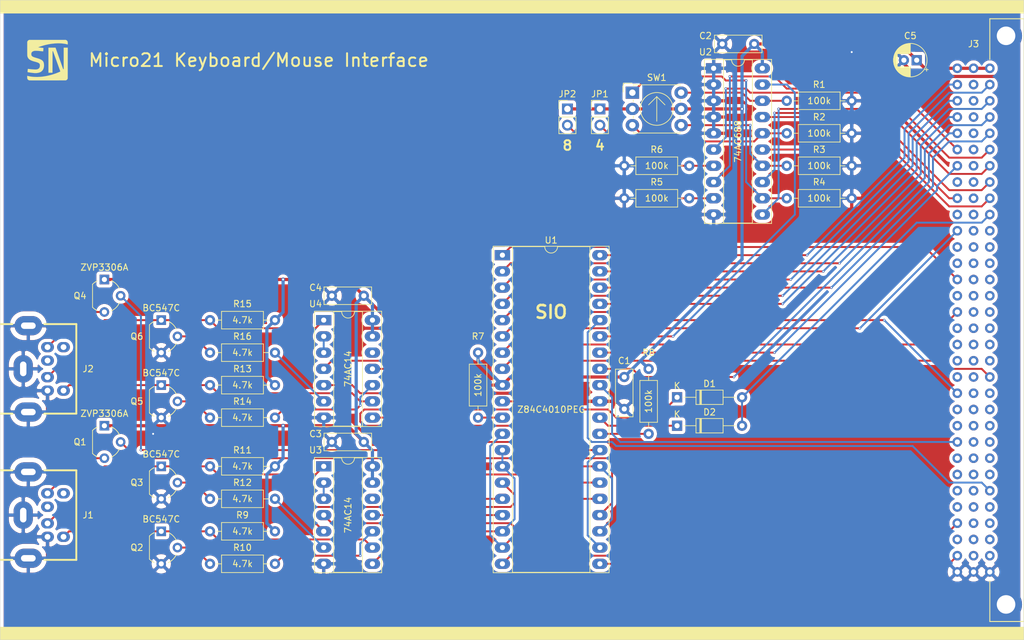
<source format=kicad_pcb>
(kicad_pcb (version 20171130) (host pcbnew "(5.1.0-0)")
  (layers (0 F.Cu signal hide) (31 B.Cu signal hide) (34 B.Paste user) (35 F.Paste user) (36 B.SilkS user) (37 F.SilkS user) (38 B.Mask user) (39 F.Mask user) (44 Edge.Cuts user))
  (net 0 "")
  (net 1 GND)
  (net 2 VCC)
  (net 3 "Net-(D1-Pad1)")
  (net 4 ~WAIT)
  (net 5 "Net-(D2-Pad1)")
  (net 6 "Net-(J1-Pad1)")
  (net 7 "Net-(J1-Pad2)")
  (net 8 "Net-(J1-Pad4)")
  (net 9 "Net-(J1-Pad5)")
  (net 10 "Net-(J1-Pad6)")
  (net 11 "Net-(J2-Pad6)")
  (net 12 "Net-(J2-Pad5)")
  (net 13 "Net-(J2-Pad4)")
  (net 14 "Net-(J2-Pad2)")
  (net 15 "Net-(J2-Pad1)")
  (net 16 D5)
  (net 17 D3)
  (net 18 D6)
  (net 19 D4)
  (net 20 A2)
  (net 21 A4)
  (net 22 A5)
  (net 23 A6)
  (net 24 "Net-(J3-PadA11)")
  (net 25 "Net-(J3-PadA12)")
  (net 26 "Net-(J3-PadA13)")
  (net 27 "Net-(J3-PadA14)")
  (net 28 "Net-(J3-PadA15)")
  (net 29 "Net-(J3-PadA16)")
  (net 30 "Net-(J3-PadA17)")
  (net 31 "Net-(J3-PadA18)")
  (net 32 "Net-(J3-PadA19)")
  (net 33 ~M1)
  (net 34 "Net-(J3-PadA21)")
  (net 35 "Net-(J3-PadA22)")
  (net 36 "Net-(J3-PadA23)")
  (net 37 "Net-(J3-PadA24)")
  (net 38 "Net-(J3-PadA25)")
  (net 39 "Net-(J3-PadA26)")
  (net 40 ~IORQ)
  (net 41 "Net-(J3-PadA28)")
  (net 42 "Net-(J3-PadA29)")
  (net 43 "Net-(J3-PadA30)")
  (net 44 "Net-(J3-PadA31)")
  (net 45 "Net-(J3-PadB31)")
  (net 46 "Net-(J3-PadB30)")
  (net 47 "Net-(J3-PadB29)")
  (net 48 "Net-(J3-PadB28)")
  (net 49 "Net-(J3-PadB27)")
  (net 50 "Net-(J3-PadB26)")
  (net 51 "Net-(J3-PadB25)")
  (net 52 "Net-(J3-PadB24)")
  (net 53 "Net-(J3-PadB23)")
  (net 54 "Net-(J3-PadB22)")
  (net 55 "Net-(J3-PadB21)")
  (net 56 "Net-(J3-PadB20)")
  (net 57 "Net-(J3-PadB19)")
  (net 58 "Net-(J3-PadB18)")
  (net 59 "Net-(J3-PadB17)")
  (net 60 "Net-(J3-PadB16)")
  (net 61 "Net-(J3-PadB15)")
  (net 62 "Net-(J3-PadB14)")
  (net 63 "Net-(J3-PadB13)")
  (net 64 "Net-(J3-PadB12)")
  (net 65 "Net-(J3-PadB11)")
  (net 66 "Net-(J3-PadB10)")
  (net 67 "Net-(J3-PadB9)")
  (net 68 "Net-(J3-PadB8)")
  (net 69 "Net-(J3-PadB7)")
  (net 70 "Net-(J3-PadB6)")
  (net 71 "Net-(J3-PadB5)")
  (net 72 "Net-(J3-PadB3)")
  (net 73 "Net-(J3-PadB4)")
  (net 74 "Net-(J3-PadB2)")
  (net 75 D0)
  (net 76 D2)
  (net 77 D7)
  (net 78 A0)
  (net 79 A3)
  (net 80 A1)
  (net 81 "Net-(J3-PadC8)")
  (net 82 A7)
  (net 83 "Net-(J3-PadC10)")
  (net 84 IEI)
  (net 85 "Net-(J3-PadC12)")
  (net 86 "Net-(J3-PadC13)")
  (net 87 D1)
  (net 88 "Net-(J3-PadC15)")
  (net 89 IEO)
  (net 90 "Net-(J3-PadC17)")
  (net 91 "Net-(J3-PadC18)")
  (net 92 "Net-(J3-PadC19)")
  (net 93 "Net-(J3-PadC20)")
  (net 94 ~INT)
  (net 95 "Net-(J3-PadC22)")
  (net 96 "Net-(J3-PadC23)")
  (net 97 ~RD)
  (net 98 "Net-(J3-PadC25)")
  (net 99 "Net-(J3-PadC26)")
  (net 100 "Net-(J3-PadC27)")
  (net 101 "Net-(J3-PadC28)")
  (net 102 CLK)
  (net 103 "Net-(J3-PadC30)")
  (net 104 ~RESET)
  (net 105 "Net-(JP1-Pad2)")
  (net 106 "Net-(JP2-Pad2)")
  (net 107 /ps2a/~PWRON)
  (net 108 "Net-(Q2-Pad2)")
  (net 109 "Net-(Q3-Pad2)")
  (net 110 /ps2b/~PWRON)
  (net 111 "Net-(Q5-Pad2)")
  (net 112 "Net-(Q6-Pad2)")
  (net 113 "Net-(R1-Pad1)")
  (net 114 "Net-(R2-Pad1)")
  (net 115 "Net-(R3-Pad1)")
  (net 116 "Net-(R4-Pad1)")
  (net 117 "Net-(R7-Pad2)")
  (net 118 "Net-(R8-Pad2)")
  (net 119 "Net-(R10-Pad2)")
  (net 120 "Net-(R12-Pad2)")
  (net 121 "Net-(R14-Pad2)")
  (net 122 "Net-(R16-Pad2)")
  (net 123 /ps2b/DATAIN)
  (net 124 /ps2b/~CLKIN)
  (net 125 /ps2b/CLKOUT)
  (net 126 /ps2b/DATAOUT)
  (net 127 /ps2a/DATAIN)
  (net 128 /ps2a/~CLKIN)
  (net 129 /ps2a/DATAOUT)
  (net 130 "Net-(U1-Pad35)")
  (net 131 /ps2a/CLKOUT)
  (net 132 "Net-(U3-Pad2)")
  (net 133 "Net-(U3-Pad12)")
  (net 134 "Net-(U4-Pad12)")
  (net 135 "Net-(U4-Pad2)")
  (module common:logo (layer F.Cu) (at 57.38 59.36)
    (fp_text reference G*** hide)
    (fp_text value LOGO hide)
  )
  (module Capacitor_THT:C_Rect_L7.2mm_W2.5mm_P5.00mm_FKS2_FKP2_MKS2_MKP2 (layer F.Cu) (at 147.55 113.89 90)
    (fp_text reference C1 (at 7.54 0 180) (layer F.SilkS))
    (fp_text value 100nF)
    (pad 1 thru_hole circle (at 0 0 90) (size 1.6 1.6) (drill 0.8) (layers *.Cu *.Mask) (net 1 GND))
    (pad 2 thru_hole circle (at 5 0 90) (size 1.6 1.6) (drill 0.8) (layers *.Cu *.Mask) (net 2 VCC))
  )
  (module Capacitor_THT:C_Rect_L7.2mm_W2.5mm_P5.00mm_FKS2_FKP2_MKS2_MKP2 (layer F.Cu) (at 167.87 56.82 180)
    (fp_text reference C2 (at 7.62 1.27 180) (layer F.SilkS))
    (fp_text value 100nF)
    (pad 2 thru_hole circle (at 5 0 180) (size 1.6 1.6) (drill 0.8) (layers *.Cu *.Mask) (net 1 GND))
    (pad 1 thru_hole circle (at 0 0 180) (size 1.6 1.6) (drill 0.8) (layers *.Cu *.Mask) (net 2 VCC))
  )
  (module Capacitor_THT:C_Rect_L7.2mm_W2.5mm_P5.00mm_FKS2_FKP2_MKS2_MKP2 (layer F.Cu) (at 101.83 119.05)
    (fp_text reference C3 (at -2.54 -1.27) (layer F.SilkS))
    (fp_text value 100nF)
    (pad 1 thru_hole circle (at 0 0) (size 1.6 1.6) (drill 0.8) (layers *.Cu *.Mask) (net 1 GND))
    (pad 2 thru_hole circle (at 5 0) (size 1.6 1.6) (drill 0.8) (layers *.Cu *.Mask) (net 2 VCC))
  )
  (module Capacitor_THT:C_Rect_L7.2mm_W2.5mm_P5.00mm_FKS2_FKP2_MKS2_MKP2 (layer F.Cu) (at 101.83 96.19)
    (fp_text reference C4 (at -2.54 -1.27) (layer F.SilkS))
    (fp_text value 100nF)
    (pad 2 thru_hole circle (at 5 0) (size 1.6 1.6) (drill 0.8) (layers *.Cu *.Mask) (net 2 VCC))
    (pad 1 thru_hole circle (at 0 0) (size 1.6 1.6) (drill 0.8) (layers *.Cu *.Mask) (net 1 GND))
  )
  (module Capacitor_THT:CP_Radial_D5.0mm_P2.00mm (layer F.Cu) (at 193.27 59.36 180)
    (fp_text reference C5 (at 1 3.81 180) (layer F.SilkS))
    (fp_text value CP)
    (pad 1 thru_hole rect (at 0 0 180) (size 1.6 1.6) (drill 0.8) (layers *.Cu *.Mask) (net 2 VCC))
    (pad 2 thru_hole circle (at 2 0 180) (size 1.6 1.6) (drill 0.8) (layers *.Cu *.Mask) (net 1 GND))
  )
  (module Diode_THT:D_DO-35_SOD27_P10.16mm_Horizontal (layer F.Cu) (at 155.805 112.065)
    (fp_text reference D1 (at 5.08 -2.12) (layer F.SilkS))
    (fp_text value BAT46)
    (fp_text user K (at 0 -1.8) (layer F.SilkS))
    (pad 1 thru_hole rect (at 0 0) (size 1.6 1.6) (drill 0.8) (layers *.Cu *.Mask) (net 3 "Net-(D1-Pad1)"))
    (pad 2 thru_hole oval (at 10.16 0) (size 1.6 1.6) (drill 0.8) (layers *.Cu *.Mask) (net 4 ~WAIT))
  )
  (module Diode_THT:D_DO-35_SOD27_P10.16mm_Horizontal (layer F.Cu) (at 155.805 116.51)
    (fp_text reference D2 (at 5.08 -2.12) (layer F.SilkS))
    (fp_text value BAT46)
    (fp_text user K (at 0 -1.8) (layer F.SilkS))
    (pad 2 thru_hole oval (at 10.16 0) (size 1.6 1.6) (drill 0.8) (layers *.Cu *.Mask) (net 4 ~WAIT))
    (pad 1 thru_hole rect (at 0 0) (size 1.6 1.6) (drill 0.8) (layers *.Cu *.Mask) (net 5 "Net-(D2-Pad1)"))
  )
  (module common:Mini_DIN_6 (layer F.Cu) (at 57.38 130.48 270)
    (fp_text reference J1 (at 0 -6.35) (layer F.SilkS))
    (fp_text value Mini-DIN-6)
    (pad 1 thru_hole oval (at 1.3 0 270) (size 1.6 2) (drill 0.9) (layers *.Cu *.Mask) (net 6 "Net-(J1-Pad1)"))
    (pad 2 thru_hole oval (at -1.3 0 270) (size 1.6 2) (drill 0.9) (layers *.Cu *.Mask) (net 7 "Net-(J1-Pad2)"))
    (pad 3 thru_hole oval (at 3.4 0 270) (size 1.6 2) (drill 0.9) (layers *.Cu *.Mask) (net 1 GND))
    (pad 4 thru_hole oval (at -3.4 0 270) (size 1.6 2) (drill 0.9) (layers *.Cu *.Mask) (net 8 "Net-(J1-Pad4)"))
    (pad 5 thru_hole oval (at 3.4 -2.5 270) (size 1.6 2) (drill 0.9) (layers *.Cu *.Mask) (net 9 "Net-(J1-Pad5)"))
    (pad 6 thru_hole oval (at -3.4 -2.5 270) (size 1.6 2) (drill 0.9) (layers *.Cu *.Mask) (net 10 "Net-(J1-Pad6)"))
    (pad 3 thru_hole oval (at -6.75 3 270) (size 3 4.3) (drill oval 1 2.3) (layers *.Cu *.Mask) (net 1 GND))
    (pad 3 thru_hole oval (at 0 3.8 270) (size 4.3 3) (drill oval 2.3 1) (layers *.Cu *.Mask) (net 1 GND))
    (pad 3 thru_hole oval (at 6.75 3 270) (size 3 4.3) (drill oval 1 2.3) (layers *.Cu *.Mask) (net 1 GND))
  )
  (module common:Mini_DIN_6 (layer F.Cu) (at 57.38 107.62 270)
    (fp_text reference J2 (at 0 -6.35) (layer F.SilkS))
    (fp_text value Mini-DIN-6)
    (pad 3 thru_hole oval (at 6.75 3 270) (size 3 4.3) (drill oval 1 2.3) (layers *.Cu *.Mask) (net 1 GND))
    (pad 3 thru_hole oval (at 0 3.8 270) (size 4.3 3) (drill oval 2.3 1) (layers *.Cu *.Mask) (net 1 GND))
    (pad 3 thru_hole oval (at -6.75 3 270) (size 3 4.3) (drill oval 1 2.3) (layers *.Cu *.Mask) (net 1 GND))
    (pad 6 thru_hole oval (at -3.4 -2.5 270) (size 1.6 2) (drill 0.9) (layers *.Cu *.Mask) (net 11 "Net-(J2-Pad6)"))
    (pad 5 thru_hole oval (at 3.4 -2.5 270) (size 1.6 2) (drill 0.9) (layers *.Cu *.Mask) (net 12 "Net-(J2-Pad5)"))
    (pad 4 thru_hole oval (at -3.4 0 270) (size 1.6 2) (drill 0.9) (layers *.Cu *.Mask) (net 13 "Net-(J2-Pad4)"))
    (pad 3 thru_hole oval (at 3.4 0 270) (size 1.6 2) (drill 0.9) (layers *.Cu *.Mask) (net 1 GND))
    (pad 2 thru_hole oval (at -1.3 0 270) (size 1.6 2) (drill 0.9) (layers *.Cu *.Mask) (net 14 "Net-(J2-Pad2)"))
    (pad 1 thru_hole oval (at 1.3 0 270) (size 1.6 2) (drill 0.9) (layers *.Cu *.Mask) (net 15 "Net-(J2-Pad1)"))
  )
  (module common:Socket_DIN41612-CaseC1-full-Male-96Pin-3rows (layer F.Cu) (at 202.16 100 90)
    (fp_text reference J3 (at 43.18 0 180) (layer F.SilkS))
    (fp_text value C96ABC)
    (pad A1 thru_hole circle (at 39.37 2.54 270) (size 1.50114 1.50114) (drill 0.8001) (layers *.Cu *.Mask) (net 2 VCC))
    (pad A2 thru_hole circle (at 36.83 2.54 270) (size 1.50114 1.50114) (drill 0.8001) (layers *.Cu *.Mask) (net 16 D5))
    (pad A4 thru_hole circle (at 31.75 2.54 270) (size 1.50114 1.50114) (drill 0.8001) (layers *.Cu *.Mask) (net 17 D3))
    (pad A3 thru_hole circle (at 34.29 2.54 270) (size 1.50114 1.50114) (drill 0.8001) (layers *.Cu *.Mask) (net 18 D6))
    (pad A5 thru_hole circle (at 29.21 2.54 270) (size 1.50114 1.50114) (drill 0.8001) (layers *.Cu *.Mask) (net 19 D4))
    (pad A6 thru_hole circle (at 26.67 2.54 270) (size 1.50114 1.50114) (drill 0.8001) (layers *.Cu *.Mask) (net 20 A2))
    (pad A7 thru_hole circle (at 24.13 2.54 270) (size 1.50114 1.50114) (drill 0.8001) (layers *.Cu *.Mask) (net 21 A4))
    (pad A8 thru_hole circle (at 21.59 2.54 270) (size 1.50114 1.50114) (drill 0.8001) (layers *.Cu *.Mask) (net 22 A5))
    (pad A9 thru_hole circle (at 19.05 2.54 270) (size 1.50114 1.50114) (drill 0.8001) (layers *.Cu *.Mask) (net 23 A6))
    (pad A10 thru_hole circle (at 16.51 2.54 270) (size 1.50114 1.50114) (drill 0.8001) (layers *.Cu *.Mask) (net 4 ~WAIT))
    (pad A11 thru_hole circle (at 13.97 2.54 270) (size 1.50114 1.50114) (drill 0.8001) (layers *.Cu *.Mask) (net 24 "Net-(J3-PadA11)"))
    (pad A12 thru_hole circle (at 11.43 2.54 270) (size 1.50114 1.50114) (drill 0.8001) (layers *.Cu *.Mask) (net 25 "Net-(J3-PadA12)"))
    (pad A13 thru_hole circle (at 8.89 2.54 270) (size 1.50114 1.50114) (drill 0.8001) (layers *.Cu *.Mask) (net 26 "Net-(J3-PadA13)"))
    (pad A14 thru_hole circle (at 6.35 2.54 270) (size 1.50114 1.50114) (drill 0.8001) (layers *.Cu *.Mask) (net 27 "Net-(J3-PadA14)"))
    (pad A15 thru_hole circle (at 3.81 2.54 270) (size 1.50114 1.50114) (drill 0.8001) (layers *.Cu *.Mask) (net 28 "Net-(J3-PadA15)"))
    (pad A16 thru_hole circle (at 1.27 2.54 270) (size 1.50114 1.50114) (drill 0.8001) (layers *.Cu *.Mask) (net 29 "Net-(J3-PadA16)"))
    (pad A17 thru_hole circle (at -1.27 2.54 270) (size 1.50114 1.50114) (drill 0.8001) (layers *.Cu *.Mask) (net 30 "Net-(J3-PadA17)"))
    (pad A18 thru_hole circle (at -3.81 2.54 270) (size 1.50114 1.50114) (drill 0.8001) (layers *.Cu *.Mask) (net 31 "Net-(J3-PadA18)"))
    (pad A19 thru_hole circle (at -6.35 2.54 270) (size 1.50114 1.50114) (drill 0.8001) (layers *.Cu *.Mask) (net 32 "Net-(J3-PadA19)"))
    (pad A20 thru_hole circle (at -8.89 2.54 270) (size 1.50114 1.50114) (drill 0.8001) (layers *.Cu *.Mask) (net 33 ~M1))
    (pad A21 thru_hole circle (at -11.43 2.54 270) (size 1.50114 1.50114) (drill 0.8001) (layers *.Cu *.Mask) (net 34 "Net-(J3-PadA21)"))
    (pad A22 thru_hole circle (at -13.97 2.54 270) (size 1.50114 1.50114) (drill 0.8001) (layers *.Cu *.Mask) (net 35 "Net-(J3-PadA22)"))
    (pad A23 thru_hole circle (at -16.51 2.54 270) (size 1.50114 1.50114) (drill 0.8001) (layers *.Cu *.Mask) (net 36 "Net-(J3-PadA23)"))
    (pad A24 thru_hole circle (at -19.05 2.54 270) (size 1.50114 1.50114) (drill 0.8001) (layers *.Cu *.Mask) (net 37 "Net-(J3-PadA24)"))
    (pad A25 thru_hole circle (at -21.59 2.54 270) (size 1.50114 1.50114) (drill 0.8001) (layers *.Cu *.Mask) (net 38 "Net-(J3-PadA25)"))
    (pad A26 thru_hole circle (at -24.13 2.54 270) (size 1.50114 1.50114) (drill 0.8001) (layers *.Cu *.Mask) (net 39 "Net-(J3-PadA26)"))
    (pad A27 thru_hole circle (at -26.67 2.54 270) (size 1.50114 1.50114) (drill 0.8001) (layers *.Cu *.Mask) (net 40 ~IORQ))
    (pad A28 thru_hole circle (at -29.21 2.54 270) (size 1.50114 1.50114) (drill 0.8001) (layers *.Cu *.Mask) (net 41 "Net-(J3-PadA28)"))
    (pad A29 thru_hole circle (at -31.75 2.54 270) (size 1.50114 1.50114) (drill 0.8001) (layers *.Cu *.Mask) (net 42 "Net-(J3-PadA29)"))
    (pad A30 thru_hole circle (at -34.29 2.54 270) (size 1.50114 1.50114) (drill 0.8001) (layers *.Cu *.Mask) (net 43 "Net-(J3-PadA30)"))
    (pad A31 thru_hole circle (at -36.83 2.54 270) (size 1.50114 1.50114) (drill 0.8001) (layers *.Cu *.Mask) (net 44 "Net-(J3-PadA31)"))
    (pad A32 thru_hole circle (at -39.37 2.54 270) (size 1.50114 1.50114) (drill 0.8001) (layers *.Cu *.Mask) (net 1 GND))
    (pad B32 thru_hole circle (at -39.37 0 270) (size 1.50114 1.50114) (drill 0.8001) (layers *.Cu *.Mask) (net 1 GND))
    (pad B31 thru_hole circle (at -36.83 0 270) (size 1.50114 1.50114) (drill 0.8001) (layers *.Cu *.Mask) (net 45 "Net-(J3-PadB31)"))
    (pad B30 thru_hole circle (at -34.29 0 270) (size 1.50114 1.50114) (drill 0.8001) (layers *.Cu *.Mask) (net 46 "Net-(J3-PadB30)"))
    (pad B29 thru_hole circle (at -31.75 0 270) (size 1.50114 1.50114) (drill 0.8001) (layers *.Cu *.Mask) (net 47 "Net-(J3-PadB29)"))
    (pad B28 thru_hole circle (at -29.21 0 270) (size 1.50114 1.50114) (drill 0.8001) (layers *.Cu *.Mask) (net 48 "Net-(J3-PadB28)"))
    (pad B27 thru_hole circle (at -26.67 0 270) (size 1.50114 1.50114) (drill 0.8001) (layers *.Cu *.Mask) (net 49 "Net-(J3-PadB27)"))
    (pad B26 thru_hole circle (at -24.13 0 270) (size 1.50114 1.50114) (drill 0.8001) (layers *.Cu *.Mask) (net 50 "Net-(J3-PadB26)"))
    (pad B25 thru_hole circle (at -21.59 0 270) (size 1.50114 1.50114) (drill 0.8001) (layers *.Cu *.Mask) (net 51 "Net-(J3-PadB25)"))
    (pad B24 thru_hole circle (at -19.05 0 270) (size 1.50114 1.50114) (drill 0.8001) (layers *.Cu *.Mask) (net 52 "Net-(J3-PadB24)"))
    (pad B23 thru_hole circle (at -16.51 0 270) (size 1.50114 1.50114) (drill 0.8001) (layers *.Cu *.Mask) (net 53 "Net-(J3-PadB23)"))
    (pad B22 thru_hole circle (at -13.97 0 270) (size 1.50114 1.50114) (drill 0.8001) (layers *.Cu *.Mask) (net 54 "Net-(J3-PadB22)"))
    (pad B21 thru_hole circle (at -11.43 0 270) (size 1.50114 1.50114) (drill 0.8001) (layers *.Cu *.Mask) (net 55 "Net-(J3-PadB21)"))
    (pad B20 thru_hole circle (at -8.89 0 270) (size 1.50114 1.50114) (drill 0.8001) (layers *.Cu *.Mask) (net 56 "Net-(J3-PadB20)"))
    (pad B19 thru_hole circle (at -6.35 0 270) (size 1.50114 1.50114) (drill 0.8001) (layers *.Cu *.Mask) (net 57 "Net-(J3-PadB19)"))
    (pad B18 thru_hole circle (at -3.81 0 270) (size 1.50114 1.50114) (drill 0.8001) (layers *.Cu *.Mask) (net 58 "Net-(J3-PadB18)"))
    (pad B17 thru_hole circle (at -1.27 0 270) (size 1.50114 1.50114) (drill 0.8001) (layers *.Cu *.Mask) (net 59 "Net-(J3-PadB17)"))
    (pad B16 thru_hole circle (at 1.27 0 270) (size 1.50114 1.50114) (drill 0.8001) (layers *.Cu *.Mask) (net 60 "Net-(J3-PadB16)"))
    (pad B15 thru_hole circle (at 3.81 0 270) (size 1.50114 1.50114) (drill 0.8001) (layers *.Cu *.Mask) (net 61 "Net-(J3-PadB15)"))
    (pad B14 thru_hole circle (at 6.35 0 270) (size 1.50114 1.50114) (drill 0.8001) (layers *.Cu *.Mask) (net 62 "Net-(J3-PadB14)"))
    (pad B13 thru_hole circle (at 8.89 0 270) (size 1.50114 1.50114) (drill 0.8001) (layers *.Cu *.Mask) (net 63 "Net-(J3-PadB13)"))
    (pad B12 thru_hole circle (at 11.43 0 270) (size 1.50114 1.50114) (drill 0.8001) (layers *.Cu *.Mask) (net 64 "Net-(J3-PadB12)"))
    (pad B11 thru_hole circle (at 13.97 0 270) (size 1.50114 1.50114) (drill 0.8001) (layers *.Cu *.Mask) (net 65 "Net-(J3-PadB11)"))
    (pad B10 thru_hole circle (at 16.51 0 270) (size 1.50114 1.50114) (drill 0.8001) (layers *.Cu *.Mask) (net 66 "Net-(J3-PadB10)"))
    (pad B9 thru_hole circle (at 19.05 0 270) (size 1.50114 1.50114) (drill 0.8001) (layers *.Cu *.Mask) (net 67 "Net-(J3-PadB9)"))
    (pad B8 thru_hole circle (at 21.59 0 270) (size 1.50114 1.50114) (drill 0.8001) (layers *.Cu *.Mask) (net 68 "Net-(J3-PadB8)"))
    (pad B7 thru_hole circle (at 24.13 0 270) (size 1.50114 1.50114) (drill 0.8001) (layers *.Cu *.Mask) (net 69 "Net-(J3-PadB7)"))
    (pad B6 thru_hole circle (at 26.67 0 270) (size 1.50114 1.50114) (drill 0.8001) (layers *.Cu *.Mask) (net 70 "Net-(J3-PadB6)"))
    (pad B5 thru_hole circle (at 29.21 0 270) (size 1.50114 1.50114) (drill 0.8001) (layers *.Cu *.Mask) (net 71 "Net-(J3-PadB5)"))
    (pad B3 thru_hole circle (at 34.29 0 270) (size 1.50114 1.50114) (drill 0.8001) (layers *.Cu *.Mask) (net 72 "Net-(J3-PadB3)"))
    (pad B4 thru_hole circle (at 31.75 0 270) (size 1.50114 1.50114) (drill 0.8001) (layers *.Cu *.Mask) (net 73 "Net-(J3-PadB4)"))
    (pad B2 thru_hole circle (at 36.83 0 270) (size 1.50114 1.50114) (drill 0.8001) (layers *.Cu *.Mask) (net 74 "Net-(J3-PadB2)"))
    (pad B1 thru_hole circle (at 39.37 0 270) (size 1.50114 1.50114) (drill 0.8001) (layers *.Cu *.Mask) (net 2 VCC))
    (pad C1 thru_hole circle (at 39.37 -2.54 270) (size 1.50114 1.50114) (drill 0.8001) (layers *.Cu *.Mask) (net 2 VCC))
    (pad C2 thru_hole circle (at 36.83 -2.54 270) (size 1.50114 1.50114) (drill 0.8001) (layers *.Cu *.Mask) (net 75 D0))
    (pad C4 thru_hole circle (at 31.75 -2.54 270) (size 1.50114 1.50114) (drill 0.8001) (layers *.Cu *.Mask) (net 76 D2))
    (pad C3 thru_hole circle (at 34.29 -2.54 270) (size 1.50114 1.50114) (drill 0.8001) (layers *.Cu *.Mask) (net 77 D7))
    (pad C5 thru_hole circle (at 29.21 -2.54 270) (size 1.50114 1.50114) (drill 0.8001) (layers *.Cu *.Mask) (net 78 A0))
    (pad C6 thru_hole circle (at 26.67 -2.54 270) (size 1.50114 1.50114) (drill 0.8001) (layers *.Cu *.Mask) (net 79 A3))
    (pad C7 thru_hole circle (at 24.13 -2.54 270) (size 1.50114 1.50114) (drill 0.8001) (layers *.Cu *.Mask) (net 80 A1))
    (pad C8 thru_hole circle (at 21.59 -2.54 270) (size 1.50114 1.50114) (drill 0.8001) (layers *.Cu *.Mask) (net 81 "Net-(J3-PadC8)"))
    (pad C9 thru_hole circle (at 19.05 -2.54 270) (size 1.50114 1.50114) (drill 0.8001) (layers *.Cu *.Mask) (net 82 A7))
    (pad C10 thru_hole circle (at 16.51 -2.54 270) (size 1.50114 1.50114) (drill 0.8001) (layers *.Cu *.Mask) (net 83 "Net-(J3-PadC10)"))
    (pad C11 thru_hole circle (at 13.97 -2.54 270) (size 1.50114 1.50114) (drill 0.8001) (layers *.Cu *.Mask) (net 84 IEI))
    (pad C12 thru_hole circle (at 11.43 -2.54 270) (size 1.50114 1.50114) (drill 0.8001) (layers *.Cu *.Mask) (net 85 "Net-(J3-PadC12)"))
    (pad C13 thru_hole circle (at 8.89 -2.54 270) (size 1.50114 1.50114) (drill 0.8001) (layers *.Cu *.Mask) (net 86 "Net-(J3-PadC13)"))
    (pad C14 thru_hole circle (at 6.35 -2.54 270) (size 1.50114 1.50114) (drill 0.8001) (layers *.Cu *.Mask) (net 87 D1))
    (pad C15 thru_hole circle (at 3.81 -2.54 270) (size 1.50114 1.50114) (drill 0.8001) (layers *.Cu *.Mask) (net 88 "Net-(J3-PadC15)"))
    (pad C16 thru_hole circle (at 1.27 -2.54 270) (size 1.50114 1.50114) (drill 0.8001) (layers *.Cu *.Mask) (net 89 IEO))
    (pad C17 thru_hole circle (at -1.27 -2.54 270) (size 1.50114 1.50114) (drill 0.8001) (layers *.Cu *.Mask) (net 90 "Net-(J3-PadC17)"))
    (pad C18 thru_hole circle (at -3.81 -2.54 270) (size 1.50114 1.50114) (drill 0.8001) (layers *.Cu *.Mask) (net 91 "Net-(J3-PadC18)"))
    (pad C19 thru_hole circle (at -6.35 -2.54 270) (size 1.50114 1.50114) (drill 0.8001) (layers *.Cu *.Mask) (net 92 "Net-(J3-PadC19)"))
    (pad C20 thru_hole circle (at -8.89 -2.54 270) (size 1.50114 1.50114) (drill 0.8001) (layers *.Cu *.Mask) (net 93 "Net-(J3-PadC20)"))
    (pad C21 thru_hole circle (at -11.43 -2.54 270) (size 1.50114 1.50114) (drill 0.8001) (layers *.Cu *.Mask) (net 94 ~INT))
    (pad C22 thru_hole circle (at -13.97 -2.54 270) (size 1.50114 1.50114) (drill 0.8001) (layers *.Cu *.Mask) (net 95 "Net-(J3-PadC22)"))
    (pad C23 thru_hole circle (at -16.51 -2.54 270) (size 1.50114 1.50114) (drill 0.8001) (layers *.Cu *.Mask) (net 96 "Net-(J3-PadC23)"))
    (pad C24 thru_hole circle (at -19.05 -2.54 270) (size 1.50114 1.50114) (drill 0.8001) (layers *.Cu *.Mask) (net 97 ~RD))
    (pad C25 thru_hole circle (at -21.59 -2.54 270) (size 1.50114 1.50114) (drill 0.8001) (layers *.Cu *.Mask) (net 98 "Net-(J3-PadC25)"))
    (pad C26 thru_hole circle (at -24.13 -2.54 270) (size 1.50114 1.50114) (drill 0.8001) (layers *.Cu *.Mask) (net 99 "Net-(J3-PadC26)"))
    (pad C27 thru_hole circle (at -26.67 -2.54 270) (size 1.50114 1.50114) (drill 0.8001) (layers *.Cu *.Mask) (net 100 "Net-(J3-PadC27)"))
    (pad C28 thru_hole circle (at -29.21 -2.54 270) (size 1.50114 1.50114) (drill 0.8001) (layers *.Cu *.Mask) (net 101 "Net-(J3-PadC28)"))
    (pad C29 thru_hole circle (at -31.75 -2.54 270) (size 1.50114 1.50114) (drill 0.8001) (layers *.Cu *.Mask) (net 102 CLK))
    (pad C30 thru_hole circle (at -34.29 -2.54 270) (size 1.50114 1.50114) (drill 0.8001) (layers *.Cu *.Mask) (net 103 "Net-(J3-PadC30)"))
    (pad C31 thru_hole circle (at -36.83 -2.54 270) (size 1.50114 1.50114) (drill 0.8001) (layers *.Cu *.Mask) (net 104 ~RESET))
    (pad C32 thru_hole circle (at -39.37 -2.54 270) (size 1.50114 1.50114) (drill 0.8001) (layers *.Cu *.Mask) (net 1 GND))
    (pad A32 thru_hole circle (at -44.45 5.08 90) (size 5 5) (drill 2.90068) (layers *.Cu *.Mask) (net 1 GND))
    (pad A32 thru_hole circle (at 44.45 5.08 90) (size 5 5) (drill 2.90068) (layers *.Cu *.Mask) (net 1 GND))
  )
  (module Connector_PinHeader_2.54mm:PinHeader_1x02_P2.54mm_Vertical (layer F.Cu) (at 143.74 66.98)
    (fp_text reference JP1 (at 0 -2.33) (layer F.SilkS))
    (fp_text value Jumper_NO_Small)
    (pad 1 thru_hole rect (at 0 0) (size 1.7 1.7) (drill 1) (layers *.Cu *.Mask) (net 2 VCC))
    (pad 2 thru_hole oval (at 0 2.54) (size 1.7 1.7) (drill 1) (layers *.Cu *.Mask) (net 105 "Net-(JP1-Pad2)"))
  )
  (module Connector_PinHeader_2.54mm:PinHeader_1x02_P2.54mm_Vertical (layer F.Cu) (at 138.66 66.98)
    (fp_text reference JP2 (at 0 -2.33) (layer F.SilkS))
    (fp_text value Jumper_NO_Small)
    (pad 2 thru_hole oval (at 0 2.54) (size 1.7 1.7) (drill 1) (layers *.Cu *.Mask) (net 106 "Net-(JP2-Pad2)"))
    (pad 1 thru_hole rect (at 0 0) (size 1.7 1.7) (drill 1) (layers *.Cu *.Mask) (net 2 VCC))
  )
  (module Package_TO_SOT_THT:TO-92_Wide (layer F.Cu) (at 66.27 116.51 270)
    (fp_text reference Q1 (at 2.54 3.81) (layer F.SilkS))
    (fp_text value ZVP3306A (at -1.905 0) (layer F.SilkS))
    (pad 2 thru_hole circle (at 2.54 -2.54) (size 1.5 1.5) (drill 0.8) (layers *.Cu *.Mask) (net 107 /ps2a/~PWRON))
    (pad 3 thru_hole circle (at 5.08 0) (size 1.5 1.5) (drill 0.8) (layers *.Cu *.Mask) (net 8 "Net-(J1-Pad4)"))
    (pad 1 thru_hole rect (at 0 0) (size 1.5 1.5) (drill 0.8) (layers *.Cu *.Mask) (net 2 VCC))
  )
  (module Package_TO_SOT_THT:TO-92_Wide (layer F.Cu) (at 75.16 133.02 270)
    (fp_text reference Q2 (at 2.54 3.81) (layer F.SilkS))
    (fp_text value BC547C (at -1.905 0) (layer F.SilkS))
    (pad 2 thru_hole circle (at 2.54 -2.54) (size 1.5 1.5) (drill 0.8) (layers *.Cu *.Mask) (net 108 "Net-(Q2-Pad2)"))
    (pad 3 thru_hole circle (at 5.08 0) (size 1.5 1.5) (drill 0.8) (layers *.Cu *.Mask) (net 1 GND))
    (pad 1 thru_hole rect (at 0 0) (size 1.5 1.5) (drill 0.8) (layers *.Cu *.Mask) (net 9 "Net-(J1-Pad5)"))
  )
  (module Package_TO_SOT_THT:TO-92_Wide (layer F.Cu) (at 75.16 122.86 270)
    (fp_text reference Q3 (at 2.54 3.81) (layer F.SilkS))
    (fp_text value BC547C (at -1.905 0) (layer F.SilkS))
    (pad 1 thru_hole rect (at 0 0) (size 1.5 1.5) (drill 0.8) (layers *.Cu *.Mask) (net 6 "Net-(J1-Pad1)"))
    (pad 3 thru_hole circle (at 5.08 0) (size 1.5 1.5) (drill 0.8) (layers *.Cu *.Mask) (net 1 GND))
    (pad 2 thru_hole circle (at 2.54 -2.54) (size 1.5 1.5) (drill 0.8) (layers *.Cu *.Mask) (net 109 "Net-(Q3-Pad2)"))
  )
  (module Package_TO_SOT_THT:TO-92_Wide (layer F.Cu) (at 66.27 93.65 270)
    (fp_text reference Q4 (at 2.55 3.81) (layer F.SilkS))
    (fp_text value ZVP3306A (at -1.905 0) (layer F.SilkS))
    (pad 1 thru_hole rect (at 0 0) (size 1.5 1.5) (drill 0.8) (layers *.Cu *.Mask) (net 2 VCC))
    (pad 3 thru_hole circle (at 5.08 0) (size 1.5 1.5) (drill 0.8) (layers *.Cu *.Mask) (net 13 "Net-(J2-Pad4)"))
    (pad 2 thru_hole circle (at 2.54 -2.54) (size 1.5 1.5) (drill 0.8) (layers *.Cu *.Mask) (net 110 /ps2b/~PWRON))
  )
  (module Package_TO_SOT_THT:TO-92_Wide (layer F.Cu) (at 75.16 110.16 270)
    (fp_text reference Q5 (at 2.54 3.81) (layer F.SilkS))
    (fp_text value BC547C (at -1.905 0) (layer F.SilkS))
    (pad 1 thru_hole rect (at 0 0) (size 1.5 1.5) (drill 0.8) (layers *.Cu *.Mask) (net 12 "Net-(J2-Pad5)"))
    (pad 3 thru_hole circle (at 5.08 0) (size 1.5 1.5) (drill 0.8) (layers *.Cu *.Mask) (net 1 GND))
    (pad 2 thru_hole circle (at 2.54 -2.54) (size 1.5 1.5) (drill 0.8) (layers *.Cu *.Mask) (net 111 "Net-(Q5-Pad2)"))
  )
  (module Package_TO_SOT_THT:TO-92_Wide (layer F.Cu) (at 75.16 100 270)
    (fp_text reference Q6 (at 2.55 3.81) (layer F.SilkS))
    (fp_text value BC547C (at -1.905 0) (layer F.SilkS))
    (pad 2 thru_hole circle (at 2.54 -2.54) (size 1.5 1.5) (drill 0.8) (layers *.Cu *.Mask) (net 112 "Net-(Q6-Pad2)"))
    (pad 3 thru_hole circle (at 5.08 0) (size 1.5 1.5) (drill 0.8) (layers *.Cu *.Mask) (net 1 GND))
    (pad 1 thru_hole rect (at 0 0) (size 1.5 1.5) (drill 0.8) (layers *.Cu *.Mask) (net 15 "Net-(J2-Pad1)"))
  )
  (module Resistor_THT:R_Axial_DIN0207_L6.3mm_D2.5mm_P10.16mm_Horizontal (layer F.Cu) (at 172.95 65.71)
    (fp_text reference R1 (at 5.08 -2.54) (layer F.SilkS))
    (fp_text value 100k (at 5.08 0) (layer F.SilkS))
    (pad 2 thru_hole oval (at 10.16 0) (size 1.6 1.6) (drill 0.8) (layers *.Cu *.Mask) (net 1 GND))
    (pad 1 thru_hole circle (at 0 0) (size 1.6 1.6) (drill 0.8) (layers *.Cu *.Mask) (net 113 "Net-(R1-Pad1)"))
  )
  (module Resistor_THT:R_Axial_DIN0207_L6.3mm_D2.5mm_P10.16mm_Horizontal (layer F.Cu) (at 172.95 70.79)
    (fp_text reference R2 (at 5.08 -2.54) (layer F.SilkS))
    (fp_text value 100k (at 5.08 0) (layer F.SilkS))
    (pad 1 thru_hole circle (at 0 0) (size 1.6 1.6) (drill 0.8) (layers *.Cu *.Mask) (net 114 "Net-(R2-Pad1)"))
    (pad 2 thru_hole oval (at 10.16 0) (size 1.6 1.6) (drill 0.8) (layers *.Cu *.Mask) (net 1 GND))
  )
  (module Resistor_THT:R_Axial_DIN0207_L6.3mm_D2.5mm_P10.16mm_Horizontal (layer F.Cu) (at 172.95 75.87)
    (fp_text reference R3 (at 5.08 -2.54) (layer F.SilkS))
    (fp_text value 100k (at 5.08 0) (layer F.SilkS))
    (pad 2 thru_hole oval (at 10.16 0) (size 1.6 1.6) (drill 0.8) (layers *.Cu *.Mask) (net 1 GND))
    (pad 1 thru_hole circle (at 0 0) (size 1.6 1.6) (drill 0.8) (layers *.Cu *.Mask) (net 115 "Net-(R3-Pad1)"))
  )
  (module Resistor_THT:R_Axial_DIN0207_L6.3mm_D2.5mm_P10.16mm_Horizontal (layer F.Cu) (at 172.95 80.95)
    (fp_text reference R4 (at 5.08 -2.54) (layer F.SilkS))
    (fp_text value 100k (at 5.08 0) (layer F.SilkS))
    (pad 1 thru_hole circle (at 0 0) (size 1.6 1.6) (drill 0.8) (layers *.Cu *.Mask) (net 116 "Net-(R4-Pad1)"))
    (pad 2 thru_hole oval (at 10.16 0) (size 1.6 1.6) (drill 0.8) (layers *.Cu *.Mask) (net 1 GND))
  )
  (module Resistor_THT:R_Axial_DIN0207_L6.3mm_D2.5mm_P10.16mm_Horizontal (layer F.Cu) (at 157.71 80.95 180)
    (fp_text reference R5 (at 5.08 2.54 180) (layer F.SilkS))
    (fp_text value 100k (at 5.08 0 180) (layer F.SilkS))
    (pad 2 thru_hole oval (at 10.16 0 180) (size 1.6 1.6) (drill 0.8) (layers *.Cu *.Mask) (net 1 GND))
    (pad 1 thru_hole circle (at 0 0 180) (size 1.6 1.6) (drill 0.8) (layers *.Cu *.Mask) (net 106 "Net-(JP2-Pad2)"))
  )
  (module Resistor_THT:R_Axial_DIN0207_L6.3mm_D2.5mm_P10.16mm_Horizontal (layer F.Cu) (at 157.71 75.87 180)
    (fp_text reference R6 (at 5.08 2.54 180) (layer F.SilkS))
    (fp_text value 100k (at 5.08 0 180) (layer F.SilkS))
    (pad 1 thru_hole circle (at 0 0 180) (size 1.6 1.6) (drill 0.8) (layers *.Cu *.Mask) (net 105 "Net-(JP1-Pad2)"))
    (pad 2 thru_hole oval (at 10.16 0 180) (size 1.6 1.6) (drill 0.8) (layers *.Cu *.Mask) (net 1 GND))
  )
  (module Resistor_THT:R_Axial_DIN0207_L6.3mm_D2.5mm_P10.16mm_Horizontal (layer F.Cu) (at 124.69 105.08 270)
    (fp_text reference R7 (at -2.54 0) (layer F.SilkS))
    (fp_text value 100k (at 5.08 0 270) (layer F.SilkS))
    (pad 2 thru_hole oval (at 10.16 0 270) (size 1.6 1.6) (drill 0.8) (layers *.Cu *.Mask) (net 117 "Net-(R7-Pad2)"))
    (pad 1 thru_hole circle (at 0 0 270) (size 1.6 1.6) (drill 0.8) (layers *.Cu *.Mask) (net 2 VCC))
  )
  (module Resistor_THT:R_Axial_DIN0207_L6.3mm_D2.5mm_P10.16mm_Horizontal (layer F.Cu) (at 151.36 107.62 270)
    (fp_text reference R8 (at -2.54 0) (layer F.SilkS))
    (fp_text value 100k (at 5.08 0 270) (layer F.SilkS))
    (pad 1 thru_hole circle (at 0 0 270) (size 1.6 1.6) (drill 0.8) (layers *.Cu *.Mask) (net 2 VCC))
    (pad 2 thru_hole oval (at 10.16 0 270) (size 1.6 1.6) (drill 0.8) (layers *.Cu *.Mask) (net 118 "Net-(R8-Pad2)"))
  )
  (module Resistor_THT:R_Axial_DIN0207_L6.3mm_D2.5mm_P10.16mm_Horizontal (layer F.Cu) (at 82.78 133.02)
    (fp_text reference R9 (at 5.08 -2.54) (layer F.SilkS))
    (fp_text value 4.7k (at 5.08 0) (layer F.SilkS))
    (pad 2 thru_hole oval (at 10.16 0) (size 1.6 1.6) (drill 0.8) (layers *.Cu *.Mask) (net 2 VCC))
    (pad 1 thru_hole circle (at 0 0) (size 1.6 1.6) (drill 0.8) (layers *.Cu *.Mask) (net 9 "Net-(J1-Pad5)"))
  )
  (module Resistor_THT:R_Axial_DIN0207_L6.3mm_D2.5mm_P10.16mm_Horizontal (layer F.Cu) (at 82.78 138.1)
    (fp_text reference R10 (at 5.08 -2.54) (layer F.SilkS))
    (fp_text value 4.7k (at 5.08 0) (layer F.SilkS))
    (pad 1 thru_hole circle (at 0 0) (size 1.6 1.6) (drill 0.8) (layers *.Cu *.Mask) (net 108 "Net-(Q2-Pad2)"))
    (pad 2 thru_hole oval (at 10.16 0) (size 1.6 1.6) (drill 0.8) (layers *.Cu *.Mask) (net 119 "Net-(R10-Pad2)"))
  )
  (module Resistor_THT:R_Axial_DIN0207_L6.3mm_D2.5mm_P10.16mm_Horizontal (layer F.Cu) (at 82.78 122.86)
    (fp_text reference R11 (at 5.08 -2.54) (layer F.SilkS))
    (fp_text value 4.7k (at 5.08 0) (layer F.SilkS))
    (pad 1 thru_hole circle (at 0 0) (size 1.6 1.6) (drill 0.8) (layers *.Cu *.Mask) (net 6 "Net-(J1-Pad1)"))
    (pad 2 thru_hole oval (at 10.16 0) (size 1.6 1.6) (drill 0.8) (layers *.Cu *.Mask) (net 2 VCC))
  )
  (module Resistor_THT:R_Axial_DIN0207_L6.3mm_D2.5mm_P10.16mm_Horizontal (layer F.Cu) (at 82.78 127.94)
    (fp_text reference R12 (at 5.08 -2.54) (layer F.SilkS))
    (fp_text value 4.7k (at 5.08 0) (layer F.SilkS))
    (pad 2 thru_hole oval (at 10.16 0) (size 1.6 1.6) (drill 0.8) (layers *.Cu *.Mask) (net 120 "Net-(R12-Pad2)"))
    (pad 1 thru_hole circle (at 0 0) (size 1.6 1.6) (drill 0.8) (layers *.Cu *.Mask) (net 109 "Net-(Q3-Pad2)"))
  )
  (module Resistor_THT:R_Axial_DIN0207_L6.3mm_D2.5mm_P10.16mm_Horizontal (layer F.Cu) (at 82.78 110.16)
    (fp_text reference R13 (at 5.08 -2.54) (layer F.SilkS))
    (fp_text value 4.7k (at 5.08 0) (layer F.SilkS))
    (pad 1 thru_hole circle (at 0 0) (size 1.6 1.6) (drill 0.8) (layers *.Cu *.Mask) (net 12 "Net-(J2-Pad5)"))
    (pad 2 thru_hole oval (at 10.16 0) (size 1.6 1.6) (drill 0.8) (layers *.Cu *.Mask) (net 2 VCC))
  )
  (module Resistor_THT:R_Axial_DIN0207_L6.3mm_D2.5mm_P10.16mm_Horizontal (layer F.Cu) (at 82.78 115.24)
    (fp_text reference R14 (at 5.08 -2.54) (layer F.SilkS))
    (fp_text value 4.7k (at 5.08 0) (layer F.SilkS))
    (pad 2 thru_hole oval (at 10.16 0) (size 1.6 1.6) (drill 0.8) (layers *.Cu *.Mask) (net 121 "Net-(R14-Pad2)"))
    (pad 1 thru_hole circle (at 0 0) (size 1.6 1.6) (drill 0.8) (layers *.Cu *.Mask) (net 111 "Net-(Q5-Pad2)"))
  )
  (module Resistor_THT:R_Axial_DIN0207_L6.3mm_D2.5mm_P10.16mm_Horizontal (layer F.Cu) (at 82.78 100)
    (fp_text reference R15 (at 5.08 -2.54) (layer F.SilkS))
    (fp_text value 4.7k (at 5.08 0) (layer F.SilkS))
    (pad 1 thru_hole circle (at 0 0) (size 1.6 1.6) (drill 0.8) (layers *.Cu *.Mask) (net 15 "Net-(J2-Pad1)"))
    (pad 2 thru_hole oval (at 10.16 0) (size 1.6 1.6) (drill 0.8) (layers *.Cu *.Mask) (net 2 VCC))
  )
  (module Resistor_THT:R_Axial_DIN0207_L6.3mm_D2.5mm_P10.16mm_Horizontal (layer F.Cu) (at 82.78 105.08)
    (fp_text reference R16 (at 5.08 -2.54) (layer F.SilkS))
    (fp_text value 4.7k (at 5.08 0) (layer F.SilkS))
    (pad 2 thru_hole oval (at 10.16 0) (size 1.6 1.6) (drill 0.8) (layers *.Cu *.Mask) (net 122 "Net-(R16-Pad2)"))
    (pad 1 thru_hole circle (at 0 0) (size 1.6 1.6) (drill 0.8) (layers *.Cu *.Mask) (net 112 "Net-(Q6-Pad2)"))
  )
  (module Button_Switch_THT:Nidec_Copal_SH-7010C (layer F.Cu) (at 148.82 64.44)
    (fp_text reference SW1 (at 3.81 -2.36) (layer F.SilkS))
    (fp_text value SW_Coded_SH-7050)
    (pad 1 thru_hole rect (at 0 0) (size 2.1 1.9) (drill 1) (layers *.Cu *.Mask) (net 116 "Net-(R4-Pad1)"))
    (pad 8 thru_hole oval (at 7.62 0) (size 2.1 1.9) (drill 1) (layers *.Cu *.Mask) (net 113 "Net-(R1-Pad1)"))
    (pad C thru_hole oval (at 0 2.54) (size 2.1 1.9) (drill 1) (layers *.Cu *.Mask) (net 2 VCC))
    (pad C thru_hole oval (at 7.62 2.54) (size 2.1 1.9) (drill 1) (layers *.Cu *.Mask) (net 2 VCC))
    (pad 4 thru_hole oval (at 0 5.08) (size 2.1 1.9) (drill 1) (layers *.Cu *.Mask) (net 114 "Net-(R2-Pad1)"))
    (pad 2 thru_hole oval (at 7.62 5.08) (size 2.1 1.9) (drill 1) (layers *.Cu *.Mask) (net 115 "Net-(R3-Pad1)"))
  )
  (module Package_DIP:DIP-40_W15.24mm_Socket_LongPads (layer F.Cu) (at 128.5 89.84)
    (fp_text reference U1 (at 7.62 -2.33) (layer F.SilkS))
    (fp_text value Z84C4010PEG (at 7.62 24.13) (layer F.SilkS))
    (pad 1 thru_hole rect (at 0 0) (size 2.4 1.6) (drill 0.8) (layers *.Cu *.Mask) (net 87 D1))
    (pad 21 thru_hole oval (at 15.24 48.26) (size 2.4 1.6) (drill 0.8) (layers *.Cu *.Mask) (net 104 ~RESET))
    (pad 2 thru_hole oval (at 0 2.54) (size 2.4 1.6) (drill 0.8) (layers *.Cu *.Mask) (net 17 D3))
    (pad 22 thru_hole oval (at 15.24 45.72) (size 2.4 1.6) (drill 0.8) (layers *.Cu *.Mask) (net 123 /ps2b/DATAIN))
    (pad 3 thru_hole oval (at 0 5.08) (size 2.4 1.6) (drill 0.8) (layers *.Cu *.Mask) (net 16 D5))
    (pad 23 thru_hole oval (at 15.24 43.18) (size 2.4 1.6) (drill 0.8) (layers *.Cu *.Mask) (net 124 /ps2b/~CLKIN))
    (pad 4 thru_hole oval (at 0 7.62) (size 2.4 1.6) (drill 0.8) (layers *.Cu *.Mask) (net 77 D7))
    (pad 24 thru_hole oval (at 15.24 40.64) (size 2.4 1.6) (drill 0.8) (layers *.Cu *.Mask) (net 125 /ps2b/CLKOUT))
    (pad 5 thru_hole oval (at 0 10.16) (size 2.4 1.6) (drill 0.8) (layers *.Cu *.Mask) (net 94 ~INT))
    (pad 25 thru_hole oval (at 15.24 38.1) (size 2.4 1.6) (drill 0.8) (layers *.Cu *.Mask) (net 110 /ps2b/~PWRON))
    (pad 6 thru_hole oval (at 0 12.7) (size 2.4 1.6) (drill 0.8) (layers *.Cu *.Mask) (net 84 IEI))
    (pad 26 thru_hole oval (at 15.24 35.56) (size 2.4 1.6) (drill 0.8) (layers *.Cu *.Mask) (net 126 /ps2b/DATAOUT))
    (pad 7 thru_hole oval (at 0 15.24) (size 2.4 1.6) (drill 0.8) (layers *.Cu *.Mask) (net 89 IEO))
    (pad 27 thru_hole oval (at 15.24 33.02) (size 2.4 1.6) (drill 0.8) (layers *.Cu *.Mask) (net 124 /ps2b/~CLKIN))
    (pad 8 thru_hole oval (at 0 17.78) (size 2.4 1.6) (drill 0.8) (layers *.Cu *.Mask) (net 33 ~M1))
    (pad 28 thru_hole oval (at 15.24 30.48) (size 2.4 1.6) (drill 0.8) (layers *.Cu *.Mask) (net 123 /ps2b/DATAIN))
    (pad 9 thru_hole oval (at 0 20.32) (size 2.4 1.6) (drill 0.8) (layers *.Cu *.Mask) (net 2 VCC))
    (pad 29 thru_hole oval (at 15.24 27.94) (size 2.4 1.6) (drill 0.8) (layers *.Cu *.Mask) (net 118 "Net-(R8-Pad2)"))
    (pad 10 thru_hole oval (at 0 22.86) (size 2.4 1.6) (drill 0.8) (layers *.Cu *.Mask) (net 3 "Net-(D1-Pad1)"))
    (pad 30 thru_hole oval (at 15.24 25.4) (size 2.4 1.6) (drill 0.8) (layers *.Cu *.Mask) (net 5 "Net-(D2-Pad1)"))
    (pad 11 thru_hole oval (at 0 25.4) (size 2.4 1.6) (drill 0.8) (layers *.Cu *.Mask) (net 117 "Net-(R7-Pad2)"))
    (pad 31 thru_hole oval (at 15.24 22.86) (size 2.4 1.6) (drill 0.8) (layers *.Cu *.Mask) (net 1 GND))
    (pad 12 thru_hole oval (at 0 27.94) (size 2.4 1.6) (drill 0.8) (layers *.Cu *.Mask) (net 127 /ps2a/DATAIN))
    (pad 32 thru_hole oval (at 15.24 20.32) (size 2.4 1.6) (drill 0.8) (layers *.Cu *.Mask) (net 97 ~RD))
    (pad 13 thru_hole oval (at 0 30.48) (size 2.4 1.6) (drill 0.8) (layers *.Cu *.Mask) (net 128 /ps2a/~CLKIN))
    (pad 33 thru_hole oval (at 15.24 17.78) (size 2.4 1.6) (drill 0.8) (layers *.Cu *.Mask) (net 78 A0))
    (pad 14 thru_hole oval (at 0 33.02) (size 2.4 1.6) (drill 0.8) (layers *.Cu *.Mask) (net 128 /ps2a/~CLKIN))
    (pad 34 thru_hole oval (at 15.24 15.24) (size 2.4 1.6) (drill 0.8) (layers *.Cu *.Mask) (net 80 A1))
    (pad 15 thru_hole oval (at 0 35.56) (size 2.4 1.6) (drill 0.8) (layers *.Cu *.Mask) (net 129 /ps2a/DATAOUT))
    (pad 35 thru_hole oval (at 15.24 12.7) (size 2.4 1.6) (drill 0.8) (layers *.Cu *.Mask) (net 130 "Net-(U1-Pad35)"))
    (pad 16 thru_hole oval (at 0 38.1) (size 2.4 1.6) (drill 0.8) (layers *.Cu *.Mask) (net 107 /ps2a/~PWRON))
    (pad 36 thru_hole oval (at 15.24 10.16) (size 2.4 1.6) (drill 0.8) (layers *.Cu *.Mask) (net 40 ~IORQ))
    (pad 17 thru_hole oval (at 0 40.64) (size 2.4 1.6) (drill 0.8) (layers *.Cu *.Mask) (net 131 /ps2a/CLKOUT))
    (pad 37 thru_hole oval (at 15.24 7.62) (size 2.4 1.6) (drill 0.8) (layers *.Cu *.Mask) (net 18 D6))
    (pad 18 thru_hole oval (at 0 43.18) (size 2.4 1.6) (drill 0.8) (layers *.Cu *.Mask) (net 128 /ps2a/~CLKIN))
    (pad 38 thru_hole oval (at 15.24 5.08) (size 2.4 1.6) (drill 0.8) (layers *.Cu *.Mask) (net 19 D4))
    (pad 19 thru_hole oval (at 0 45.72) (size 2.4 1.6) (drill 0.8) (layers *.Cu *.Mask) (net 127 /ps2a/DATAIN))
    (pad 39 thru_hole oval (at 15.24 2.54) (size 2.4 1.6) (drill 0.8) (layers *.Cu *.Mask) (net 76 D2))
    (pad 20 thru_hole oval (at 0 48.26) (size 2.4 1.6) (drill 0.8) (layers *.Cu *.Mask) (net 102 CLK))
    (pad 40 thru_hole oval (at 15.24 0) (size 2.4 1.6) (drill 0.8) (layers *.Cu *.Mask) (net 75 D0))
  )
  (module Package_DIP:DIP-20_W7.62mm_Socket_LongPads (layer F.Cu) (at 161.52 60.63)
    (fp_text reference U2 (at -1.27 -2.54) (layer F.SilkS))
    (fp_text value 74AC688 (at 3.81 11.43 90) (layer F.SilkS))
    (pad 1 thru_hole rect (at 0 0) (size 2.4 1.6) (drill 0.8) (layers *.Cu *.Mask) (net 1 GND))
    (pad 11 thru_hole oval (at 7.62 22.86) (size 2.4 1.6) (drill 0.8) (layers *.Cu *.Mask) (net 21 A4))
    (pad 2 thru_hole oval (at 0 2.54) (size 2.4 1.6) (drill 0.8) (layers *.Cu *.Mask) (net 1 GND))
    (pad 12 thru_hole oval (at 7.62 20.32) (size 2.4 1.6) (drill 0.8) (layers *.Cu *.Mask) (net 116 "Net-(R4-Pad1)"))
    (pad 3 thru_hole oval (at 0 5.08) (size 2.4 1.6) (drill 0.8) (layers *.Cu *.Mask) (net 1 GND))
    (pad 13 thru_hole oval (at 7.62 17.78) (size 2.4 1.6) (drill 0.8) (layers *.Cu *.Mask) (net 22 A5))
    (pad 4 thru_hole oval (at 0 7.62) (size 2.4 1.6) (drill 0.8) (layers *.Cu *.Mask) (net 1 GND))
    (pad 14 thru_hole oval (at 7.62 15.24) (size 2.4 1.6) (drill 0.8) (layers *.Cu *.Mask) (net 115 "Net-(R3-Pad1)"))
    (pad 5 thru_hole oval (at 0 10.16) (size 2.4 1.6) (drill 0.8) (layers *.Cu *.Mask) (net 1 GND))
    (pad 15 thru_hole oval (at 7.62 12.7) (size 2.4 1.6) (drill 0.8) (layers *.Cu *.Mask) (net 23 A6))
    (pad 6 thru_hole oval (at 0 12.7) (size 2.4 1.6) (drill 0.8) (layers *.Cu *.Mask) (net 20 A2))
    (pad 16 thru_hole oval (at 7.62 10.16) (size 2.4 1.6) (drill 0.8) (layers *.Cu *.Mask) (net 114 "Net-(R2-Pad1)"))
    (pad 7 thru_hole oval (at 0 15.24) (size 2.4 1.6) (drill 0.8) (layers *.Cu *.Mask) (net 105 "Net-(JP1-Pad2)"))
    (pad 17 thru_hole oval (at 7.62 7.62) (size 2.4 1.6) (drill 0.8) (layers *.Cu *.Mask) (net 82 A7))
    (pad 8 thru_hole oval (at 0 17.78) (size 2.4 1.6) (drill 0.8) (layers *.Cu *.Mask) (net 79 A3))
    (pad 18 thru_hole oval (at 7.62 5.08) (size 2.4 1.6) (drill 0.8) (layers *.Cu *.Mask) (net 113 "Net-(R1-Pad1)"))
    (pad 9 thru_hole oval (at 0 20.32) (size 2.4 1.6) (drill 0.8) (layers *.Cu *.Mask) (net 106 "Net-(JP2-Pad2)"))
    (pad 19 thru_hole oval (at 7.62 2.54) (size 2.4 1.6) (drill 0.8) (layers *.Cu *.Mask) (net 130 "Net-(U1-Pad35)"))
    (pad 10 thru_hole oval (at 0 22.86) (size 2.4 1.6) (drill 0.8) (layers *.Cu *.Mask) (net 1 GND))
    (pad 20 thru_hole oval (at 7.62 0) (size 2.4 1.6) (drill 0.8) (layers *.Cu *.Mask) (net 2 VCC))
  )
  (module Package_DIP:DIP-14_W7.62mm_Socket_LongPads (layer F.Cu) (at 100.56 122.86)
    (fp_text reference U3 (at -1.27 -2.54) (layer F.SilkS))
    (fp_text value 74AC14 (at 3.81 7.62 90) (layer F.SilkS))
    (pad 1 thru_hole rect (at 0 0) (size 2.4 1.6) (drill 0.8) (layers *.Cu *.Mask) (net 6 "Net-(J1-Pad1)"))
    (pad 8 thru_hole oval (at 7.62 15.24) (size 2.4 1.6) (drill 0.8) (layers *.Cu *.Mask) (net 128 /ps2a/~CLKIN))
    (pad 2 thru_hole oval (at 0 2.54) (size 2.4 1.6) (drill 0.8) (layers *.Cu *.Mask) (net 132 "Net-(U3-Pad2)"))
    (pad 9 thru_hole oval (at 7.62 12.7) (size 2.4 1.6) (drill 0.8) (layers *.Cu *.Mask) (net 9 "Net-(J1-Pad5)"))
    (pad 3 thru_hole oval (at 0 5.08) (size 2.4 1.6) (drill 0.8) (layers *.Cu *.Mask) (net 132 "Net-(U3-Pad2)"))
    (pad 10 thru_hole oval (at 7.62 10.16) (size 2.4 1.6) (drill 0.8) (layers *.Cu *.Mask) (net 119 "Net-(R10-Pad2)"))
    (pad 4 thru_hole oval (at 0 7.62) (size 2.4 1.6) (drill 0.8) (layers *.Cu *.Mask) (net 127 /ps2a/DATAIN))
    (pad 11 thru_hole oval (at 7.62 7.62) (size 2.4 1.6) (drill 0.8) (layers *.Cu *.Mask) (net 131 /ps2a/CLKOUT))
    (pad 5 thru_hole oval (at 0 10.16) (size 2.4 1.6) (drill 0.8) (layers *.Cu *.Mask) (net 129 /ps2a/DATAOUT))
    (pad 12 thru_hole oval (at 7.62 5.08) (size 2.4 1.6) (drill 0.8) (layers *.Cu *.Mask) (net 133 "Net-(U3-Pad12)"))
    (pad 6 thru_hole oval (at 0 12.7) (size 2.4 1.6) (drill 0.8) (layers *.Cu *.Mask) (net 120 "Net-(R12-Pad2)"))
    (pad 13 thru_hole oval (at 7.62 2.54) (size 2.4 1.6) (drill 0.8) (layers *.Cu *.Mask) (net 2 VCC))
    (pad 7 thru_hole oval (at 0 15.24) (size 2.4 1.6) (drill 0.8) (layers *.Cu *.Mask) (net 1 GND))
    (pad 14 thru_hole oval (at 7.62 0) (size 2.4 1.6) (drill 0.8) (layers *.Cu *.Mask) (net 2 VCC))
  )
  (module Package_DIP:DIP-14_W7.62mm_Socket_LongPads (layer F.Cu) (at 100.56 100)
    (fp_text reference U4 (at -1.27 -2.54) (layer F.SilkS))
    (fp_text value 74AC14 (at 3.81 7.62 90) (layer F.SilkS))
    (pad 14 thru_hole oval (at 7.62 0) (size 2.4 1.6) (drill 0.8) (layers *.Cu *.Mask) (net 2 VCC))
    (pad 7 thru_hole oval (at 0 15.24) (size 2.4 1.6) (drill 0.8) (layers *.Cu *.Mask) (net 1 GND))
    (pad 13 thru_hole oval (at 7.62 2.54) (size 2.4 1.6) (drill 0.8) (layers *.Cu *.Mask) (net 2 VCC))
    (pad 6 thru_hole oval (at 0 12.7) (size 2.4 1.6) (drill 0.8) (layers *.Cu *.Mask) (net 122 "Net-(R16-Pad2)"))
    (pad 12 thru_hole oval (at 7.62 5.08) (size 2.4 1.6) (drill 0.8) (layers *.Cu *.Mask) (net 134 "Net-(U4-Pad12)"))
    (pad 5 thru_hole oval (at 0 10.16) (size 2.4 1.6) (drill 0.8) (layers *.Cu *.Mask) (net 126 /ps2b/DATAOUT))
    (pad 11 thru_hole oval (at 7.62 7.62) (size 2.4 1.6) (drill 0.8) (layers *.Cu *.Mask) (net 125 /ps2b/CLKOUT))
    (pad 4 thru_hole oval (at 0 7.62) (size 2.4 1.6) (drill 0.8) (layers *.Cu *.Mask) (net 123 /ps2b/DATAIN))
    (pad 10 thru_hole oval (at 7.62 10.16) (size 2.4 1.6) (drill 0.8) (layers *.Cu *.Mask) (net 121 "Net-(R14-Pad2)"))
    (pad 3 thru_hole oval (at 0 5.08) (size 2.4 1.6) (drill 0.8) (layers *.Cu *.Mask) (net 135 "Net-(U4-Pad2)"))
    (pad 9 thru_hole oval (at 7.62 12.7) (size 2.4 1.6) (drill 0.8) (layers *.Cu *.Mask) (net 12 "Net-(J2-Pad5)"))
    (pad 2 thru_hole oval (at 0 2.54) (size 2.4 1.6) (drill 0.8) (layers *.Cu *.Mask) (net 135 "Net-(U4-Pad2)"))
    (pad 8 thru_hole oval (at 7.62 15.24) (size 2.4 1.6) (drill 0.8) (layers *.Cu *.Mask) (net 124 /ps2b/~CLKIN))
    (pad 1 thru_hole rect (at 0 0) (size 2.4 1.6) (drill 0.8) (layers *.Cu *.Mask) (net 15 "Net-(J2-Pad1)"))
  )
  (gr_text "Micro21 Keyboard/Mouse Interface" (at 90.4 59.36) (layer F.SilkS) (effects (font (size 2 2) (thickness 0.3))))
  (gr_text 8 (at 138.66 72.695) (layer F.SilkS) (effects (font (size 1.5 1.5) (thickness 0.3))))
  (gr_text 4 (at 143.74 72.695) (layer F.SilkS) (effects (font (size 1.5 1.5) (thickness 0.3))))
  (gr_text SIO (at 136.12 98.73) (layer F.SilkS) (effects (font (size 2 2) (thickness 0.4))))
  (gr_poly (pts (xy 50 148) (xy 210 148) (xy 210 150) (xy 50 150)) (layer F.SilkS) (width 0.1))
  (gr_poly (pts (xy 50 50) (xy 210 50) (xy 210 52) (xy 50 52)) (layer F.SilkS) (width 0.1))
  (gr_line (start 50 150) (end 50 50) (layer Edge.Cuts) (width 0.05))
  (gr_line (start 210 150) (end 50 150) (layer Edge.Cuts) (width 0.05))
  (gr_line (start 210 50) (end 210 150) (layer Edge.Cuts) (width 0.05))
  (gr_line (start 50 50) (end 210 50) (layer Edge.Cuts) (width 0.05))
  (via (at 37.695 19.355) (size 0.4) (drill 0.2) (layers F.Cu B.Cu) (net 0))
  (segment (start 207.24 136.83) (end 204.7 139.37) (width 0.5) (layer F.Cu) (net 1))
  (segment (start 191.27 59.36) (end 191.27 59.9) (width 0.5) (layer F.Cu) (net 1))
  (segment (start 207.24 63.17) (end 207.24 136.83) (width 0.5) (layer F.Cu) (net 1))
  (segment (start 205.97 61.9) (end 207.24 63.17) (width 0.5) (layer F.Cu) (net 1))
  (segment (start 193.27 61.9) (end 205.97 61.9) (width 0.5) (layer F.Cu) (net 1))
  (segment (start 191.27 59.9) (end 193.27 61.9) (width 0.5) (layer F.Cu) (net 1))
  (segment (start 191.27 59.36) (end 190 58.09) (width 0.5) (layer F.Cu) (net 1))
  (segment (start 164.14 58.09) (end 162.87 56.82) (width 0.5) (layer F.Cu) (net 1))
  (segment (start 161.52 58.17) (end 161.52 60.63) (width 0.5) (layer B.Cu) (net 1))
  (segment (start 162.87 56.82) (end 161.52 58.17) (width 0.5) (layer B.Cu) (net 1))
  (segment (start 161.52 60.63) (end 161.52 63.17) (width 0.5) (layer B.Cu) (net 1))
  (segment (start 161.52 63.17) (end 161.52 65.71) (width 0.5) (layer B.Cu) (net 1))
  (segment (start 161.52 65.71) (end 161.52 68.25) (width 0.5) (layer B.Cu) (net 1))
  (segment (start 161.52 68.25) (end 161.52 70.79) (width 0.5) (layer B.Cu) (net 1))
  (segment (start 103.1 117.78) (end 101.83 119.05) (width 0.5) (layer B.Cu) (net 1))
  (segment (start 103.1 97.46) (end 103.1 117.78) (width 0.5) (layer B.Cu) (net 1))
  (segment (start 101.83 96.19) (end 103.1 97.46) (width 0.5) (layer B.Cu) (net 1))
  (segment (start 100.56 115.24) (end 103.1 115.24) (width 0.5) (layer B.Cu) (net 1))
  (segment (start 103.1 138.1) (end 100.56 138.1) (width 0.5) (layer B.Cu) (net 1))
  (segment (start 103.1 120.32) (end 103.1 138.1) (width 0.5) (layer B.Cu) (net 1))
  (segment (start 101.83 119.05) (end 103.1 120.32) (width 0.5) (layer B.Cu) (net 1))
  (segment (start 75.16 115.24) (end 73.89 113.97) (width 0.5) (layer B.Cu) (net 1))
  (segment (start 73.89 113.97) (end 73.89 106.35) (width 0.5) (layer B.Cu) (net 1))
  (segment (start 73.89 106.35) (end 75.16 105.08) (width 0.5) (layer B.Cu) (net 1))
  (segment (start 73.89 136.83) (end 75.16 138.1) (width 0.5) (layer B.Cu) (net 1))
  (segment (start 73.89 129.21) (end 73.89 136.83) (width 0.5) (layer B.Cu) (net 1))
  (segment (start 75.16 127.94) (end 73.89 129.21) (width 0.5) (layer B.Cu) (net 1))
  (segment (start 73.89 113.97) (end 75.16 115.24) (width 0.5) (layer F.Cu) (net 1))
  (segment (start 57.38 113.97) (end 73.89 113.97) (width 0.5) (layer F.Cu) (net 1))
  (segment (start 57.38 111.02) (end 57.38 113.97) (width 0.5) (layer F.Cu) (net 1))
  (segment (start 73.89 136.83) (end 75.16 138.1) (width 0.5) (layer F.Cu) (net 1))
  (segment (start 57.38 136.83) (end 73.89 136.83) (width 0.5) (layer F.Cu) (net 1))
  (segment (start 57.38 133.88) (end 57.38 136.83) (width 0.5) (layer F.Cu) (net 1))
  (segment (start 100.56 117.78) (end 101.83 119.05) (width 0.5) (layer F.Cu) (net 1))
  (segment (start 73.89 117.78) (end 100.56 117.78) (width 0.5) (layer F.Cu) (net 1))
  (segment (start 73.89 126.67) (end 75.16 127.94) (width 0.5) (layer B.Cu) (net 1))
  (segment (start 73.89 117.78) (end 73.89 126.67) (width 0.5) (layer B.Cu) (net 1))
  (segment (start 73.89 116.51) (end 75.16 115.24) (width 0.5) (layer B.Cu) (net 1))
  (segment (start 73.89 117.78) (end 73.89 116.51) (width 0.5) (layer B.Cu) (net 1))
  (via (at 73.89 117.78) (size 0.6) (drill 0.3) (layers F.Cu B.Cu) (net 1))
  (segment (start 183.11 75.87) (end 183.11 70.79) (width 0.5) (layer B.Cu) (net 1))
  (segment (start 183.11 70.79) (end 183.11 65.71) (width 0.5) (layer B.Cu) (net 1))
  (segment (start 183.11 65.71) (end 183.11 58.09) (width 0.5) (layer B.Cu) (net 1))
  (segment (start 183.11 58.09) (end 164.14 58.09) (width 0.5) (layer F.Cu) (net 1))
  (via (at 183.11 58.09) (size 0.6) (drill 0.3) (layers F.Cu B.Cu) (net 1))
  (segment (start 190 58.09) (end 183.11 58.09) (width 0.5) (layer F.Cu) (net 1))
  (segment (start 147.55 75.87) (end 147.55 80.95) (width 0.5) (layer B.Cu) (net 1))
  (segment (start 146.36 112.7) (end 147.55 113.89) (width 0.5) (layer F.Cu) (net 1))
  (segment (start 143.74 112.7) (end 146.36 112.7) (width 0.5) (layer F.Cu) (net 1))
  (segment (start 147.55 113.89) (end 147.47 113.89) (width 0.5) (layer B.Cu) (net 1))
  (segment (start 164.695 89.205) (end 164.695 83.49) (width 0.5) (layer B.Cu) (net 1))
  (segment (start 146.28 107.62) (end 164.695 89.205) (width 0.5) (layer B.Cu) (net 1))
  (segment (start 146.28 112.62) (end 146.28 107.62) (width 0.5) (layer B.Cu) (net 1))
  (segment (start 147.55 113.89) (end 146.28 112.62) (width 0.5) (layer B.Cu) (net 1))
  (segment (start 164.695 58.645) (end 162.87 56.82) (width 0.5) (layer B.Cu) (net 1))
  (segment (start 164.695 83.49) (end 164.695 58.645) (width 0.5) (layer B.Cu) (net 1))
  (segment (start 161.52 83.49) (end 164.695 83.49) (width 0.5) (layer B.Cu) (net 1))
  (segment (start 161.52 83.49) (end 147.55 83.49) (width 0.5) (layer F.Cu) (net 1))
  (segment (start 147.55 83.49) (end 147.55 80.95) (width 0.5) (layer F.Cu) (net 1))
  (segment (start 183.11 75.87) (end 183.11 80.95) (width 0.5) (layer B.Cu) (net 1))
  (segment (start 106.91 101.27) (end 110.085 101.27) (width 0.5) (layer F.Cu) (net 1))
  (segment (start 110.085 101.27) (end 120.245 111.43) (width 0.5) (layer F.Cu) (net 1))
  (segment (start 136.12 112.7) (end 143.74 112.7) (width 0.5) (layer F.Cu) (net 1))
  (segment (start 134.85 111.43) (end 136.12 112.7) (width 0.5) (layer F.Cu) (net 1))
  (segment (start 120.245 111.43) (end 134.85 111.43) (width 0.5) (layer F.Cu) (net 1))
  (segment (start 101.83 96.19) (end 106.91 101.27) (width 0.5) (layer F.Cu) (net 1))
  (segment (start 204.7 60.63) (end 202.16 60.63) (width 0.5) (layer F.Cu) (net 2))
  (segment (start 202.16 60.63) (end 199.62 60.63) (width 0.5) (layer F.Cu) (net 2))
  (segment (start 194.54 60.63) (end 193.27 59.36) (width 0.5) (layer F.Cu) (net 2))
  (segment (start 199.62 60.63) (end 194.54 60.63) (width 0.5) (layer F.Cu) (net 2))
  (segment (start 190.73 56.82) (end 193.27 59.36) (width 0.5) (layer F.Cu) (net 2))
  (segment (start 167.87 56.82) (end 190.73 56.82) (width 0.5) (layer F.Cu) (net 2))
  (segment (start 169.14 58.09) (end 167.87 56.82) (width 0.5) (layer B.Cu) (net 2))
  (segment (start 169.14 60.63) (end 169.14 58.09) (width 0.5) (layer B.Cu) (net 2))
  (segment (start 108.18 120.4) (end 108.18 122.86) (width 0.5) (layer B.Cu) (net 2))
  (segment (start 106.83 119.05) (end 108.18 120.4) (width 0.5) (layer B.Cu) (net 2))
  (segment (start 108.18 122.86) (end 108.18 125.4) (width 0.5) (layer B.Cu) (net 2))
  (segment (start 108.18 97.54) (end 108.18 100) (width 0.5) (layer B.Cu) (net 2))
  (segment (start 106.83 96.19) (end 108.18 97.54) (width 0.5) (layer B.Cu) (net 2))
  (segment (start 108.18 100) (end 108.18 102.54) (width 0.5) (layer B.Cu) (net 2))
  (segment (start 92.94 110.16) (end 91.67 108.89) (width 0.5) (layer B.Cu) (net 2))
  (segment (start 91.67 108.89) (end 91.67 101.27) (width 0.5) (layer B.Cu) (net 2))
  (segment (start 91.67 101.27) (end 92.94 100) (width 0.5) (layer B.Cu) (net 2))
  (segment (start 92.94 133.02) (end 91.67 131.75) (width 0.5) (layer B.Cu) (net 2))
  (segment (start 91.67 131.75) (end 91.67 124.13) (width 0.5) (layer B.Cu) (net 2))
  (segment (start 91.67 124.13) (end 92.94 122.86) (width 0.5) (layer B.Cu) (net 2))
  (segment (start 104.29 116.51) (end 106.83 119.05) (width 0.5) (layer F.Cu) (net 2))
  (segment (start 66.27 116.51) (end 104.29 116.51) (width 0.5) (layer F.Cu) (net 2))
  (segment (start 129.77 108.89) (end 128.5 110.16) (width 0.5) (layer F.Cu) (net 2))
  (segment (start 147.55 108.89) (end 129.77 108.89) (width 0.5) (layer F.Cu) (net 2))
  (segment (start 104.29 93.65) (end 106.83 96.19) (width 0.5) (layer F.Cu) (net 2))
  (segment (start 143.74 66.98) (end 148.82 66.98) (width 0.5) (layer F.Cu) (net 2))
  (segment (start 148.82 66.98) (end 156.44 66.98) (width 0.5) (layer F.Cu) (net 2))
  (segment (start 92.94 100) (end 94.21 98.73) (width 0.5) (layer B.Cu) (net 2))
  (segment (start 94.21 98.73) (end 94.21 93.65) (width 0.5) (layer B.Cu) (net 2))
  (segment (start 94.21 93.65) (end 104.29 93.65) (width 0.5) (layer F.Cu) (net 2))
  (via (at 94.21 93.65) (size 0.6) (drill 0.3) (layers F.Cu B.Cu) (net 2))
  (segment (start 66.27 93.65) (end 94.21 93.65) (width 0.5) (layer F.Cu) (net 2))
  (segment (start 92.94 122.86) (end 94.21 121.59) (width 0.5) (layer B.Cu) (net 2))
  (via (at 94.21 116.51) (size 0.6) (drill 0.3) (layers F.Cu B.Cu) (net 2))
  (segment (start 94.21 121.59) (end 94.21 116.51) (width 0.5) (layer B.Cu) (net 2))
  (segment (start 106.83 119.05) (end 106.83 118.97) (width 0.5) (layer B.Cu) (net 2))
  (segment (start 106.83 118.97) (end 105.64 117.78) (width 0.5) (layer B.Cu) (net 2))
  (segment (start 105.64 97.38) (end 106.83 96.19) (width 0.5) (layer B.Cu) (net 2))
  (segment (start 105.64 117.78) (end 105.64 97.38) (width 0.5) (layer B.Cu) (net 2))
  (segment (start 120.8 110.16) (end 106.83 96.19) (width 0.5) (layer F.Cu) (net 2))
  (segment (start 124.69 110.16) (end 120.8 110.16) (width 0.5) (layer F.Cu) (net 2))
  (segment (start 128.5 110.16) (end 124.69 110.16) (width 0.5) (layer F.Cu) (net 2))
  (segment (start 124.69 106.35) (end 128.5 110.16) (width 0.5) (layer B.Cu) (net 2))
  (segment (start 124.69 105.08) (end 124.69 106.35) (width 0.5) (layer B.Cu) (net 2))
  (segment (start 143.74 66.98) (end 138.66 66.98) (width 0.5) (layer F.Cu) (net 2))
  (segment (start 165.965 58.725) (end 167.87 56.82) (width 0.5) (layer B.Cu) (net 2))
  (segment (start 165.965 66.98) (end 165.965 58.725) (width 0.5) (layer B.Cu) (net 2))
  (segment (start 165.965 66.98) (end 165.965 90.475) (width 0.5) (layer B.Cu) (net 2))
  (segment (start 156.44 66.98) (end 165.965 66.98) (width 0.5) (layer F.Cu) (net 2))
  (via (at 165.965 66.98) (size 0.6) (drill 0.3) (layers F.Cu B.Cu) (net 2))
  (segment (start 151.36 107.62) (end 150.09 106.35) (width 0.5) (layer B.Cu) (net 2))
  (segment (start 150.09 106.35) (end 147.55 108.89) (width 0.5) (layer B.Cu) (net 2))
  (segment (start 165.965 90.475) (end 150.09 106.35) (width 0.5) (layer B.Cu) (net 2))
  (segment (start 152.63 115.24) (end 155.805 112.065) (width 0.3) (layer F.Cu) (net 3))
  (segment (start 146.28 115.24) (end 152.63 115.24) (width 0.3) (layer F.Cu) (net 3))
  (segment (start 145.01 113.97) (end 146.28 115.24) (width 0.3) (layer F.Cu) (net 3))
  (segment (start 135.485 113.97) (end 145.01 113.97) (width 0.3) (layer F.Cu) (net 3))
  (segment (start 134.215 112.7) (end 135.485 113.97) (width 0.3) (layer F.Cu) (net 3))
  (segment (start 128.5 112.7) (end 134.215 112.7) (width 0.3) (layer F.Cu) (net 3))
  (segment (start 203.43 84.76) (end 204.7 83.49) (width 0.3) (layer B.Cu) (net 4))
  (segment (start 193.27 84.76) (end 203.43 84.76) (width 0.3) (layer B.Cu) (net 4))
  (segment (start 166.6 111.43) (end 193.27 84.76) (width 0.3) (layer B.Cu) (net 4))
  (segment (start 166.6 111.43) (end 165.965 112.065) (width 0.3) (layer B.Cu) (net 4))
  (segment (start 165.965 112.065) (end 165.965 116.51) (width 0.3) (layer B.Cu) (net 4))
  (segment (start 145.01 116.51) (end 143.74 115.24) (width 0.3) (layer F.Cu) (net 5))
  (segment (start 155.805 116.51) (end 145.01 116.51) (width 0.3) (layer F.Cu) (net 5))
  (segment (start 66.3 122.86) (end 75.16 122.86) (width 0.3) (layer F.Cu) (net 6))
  (segment (start 57.38 131.78) (end 66.3 122.86) (width 0.3) (layer F.Cu) (net 6))
  (segment (start 75.16 122.86) (end 82.78 122.86) (width 0.3) (layer F.Cu) (net 6))
  (segment (start 82.78 122.86) (end 84.05 124.13) (width 0.3) (layer F.Cu) (net 6))
  (segment (start 99.29 124.13) (end 100.56 122.86) (width 0.3) (layer F.Cu) (net 6))
  (segment (start 84.05 124.13) (end 99.29 124.13) (width 0.3) (layer F.Cu) (net 6))
  (segment (start 62.87 121.59) (end 66.27 121.59) (width 0.3) (layer F.Cu) (net 8))
  (segment (start 57.38 127.08) (end 62.87 121.59) (width 0.3) (layer F.Cu) (net 8))
  (segment (start 60.74 133.02) (end 75.16 133.02) (width 0.3) (layer F.Cu) (net 9))
  (segment (start 59.88 133.88) (end 60.74 133.02) (width 0.3) (layer F.Cu) (net 9))
  (segment (start 75.16 133.02) (end 82.78 133.02) (width 0.3) (layer F.Cu) (net 9))
  (segment (start 82.78 133.02) (end 84.05 134.29) (width 0.3) (layer F.Cu) (net 9))
  (segment (start 106.91 134.29) (end 108.18 135.56) (width 0.3) (layer F.Cu) (net 9))
  (segment (start 84.05 134.29) (end 106.91 134.29) (width 0.3) (layer F.Cu) (net 9))
  (segment (start 60.74 110.16) (end 75.16 110.16) (width 0.3) (layer F.Cu) (net 12))
  (segment (start 59.88 111.02) (end 60.74 110.16) (width 0.3) (layer F.Cu) (net 12))
  (segment (start 75.16 110.16) (end 82.78 110.16) (width 0.3) (layer F.Cu) (net 12))
  (segment (start 82.78 110.16) (end 84.05 111.43) (width 0.3) (layer F.Cu) (net 12))
  (segment (start 106.275 112.7) (end 105.005 111.43) (width 0.3) (layer F.Cu) (net 12))
  (segment (start 108.18 112.7) (end 106.275 112.7) (width 0.3) (layer F.Cu) (net 12))
  (segment (start 84.05 111.43) (end 105.005 111.43) (width 0.3) (layer F.Cu) (net 12))
  (segment (start 62.87 98.73) (end 66.27 98.73) (width 0.3) (layer F.Cu) (net 13))
  (segment (start 57.38 104.22) (end 62.87 98.73) (width 0.3) (layer F.Cu) (net 13))
  (segment (start 66.3 100) (end 75.16 100) (width 0.3) (layer F.Cu) (net 15))
  (segment (start 57.38 108.92) (end 66.3 100) (width 0.3) (layer F.Cu) (net 15))
  (segment (start 75.16 100) (end 82.78 100) (width 0.3) (layer F.Cu) (net 15))
  (segment (start 82.78 100) (end 84.05 101.27) (width 0.3) (layer F.Cu) (net 15))
  (segment (start 99.29 101.27) (end 100.56 100) (width 0.3) (layer F.Cu) (net 15))
  (segment (start 84.05 101.27) (end 99.29 101.27) (width 0.3) (layer F.Cu) (net 15))
  (segment (start 203.43 64.44) (end 204.7 63.17) (width 0.3) (layer B.Cu) (net 16))
  (segment (start 198.35 64.44) (end 203.43 64.44) (width 0.3) (layer B.Cu) (net 16))
  (segment (start 192 70.79) (end 198.35 64.44) (width 0.3) (layer B.Cu) (net 16))
  (segment (start 192 75.235) (end 192 70.79) (width 0.3) (layer B.Cu) (net 16))
  (segment (start 173.585 93.65) (end 192 75.235) (width 0.3) (layer B.Cu) (net 16))
  (segment (start 129.77 93.65) (end 128.5 94.92) (width 0.3) (layer F.Cu) (net 16))
  (segment (start 173.585 93.65) (end 129.77 93.65) (width 0.3) (layer F.Cu) (net 16))
  (via (at 173.585 93.65) (size 0.4) (drill 0.2) (layers F.Cu B.Cu) (net 16))
  (segment (start 203.43 69.52) (end 204.7 68.25) (width 0.3) (layer B.Cu) (net 17))
  (segment (start 198.35 69.52) (end 203.43 69.52) (width 0.3) (layer B.Cu) (net 17))
  (segment (start 194.54 73.33) (end 198.35 69.52) (width 0.3) (layer B.Cu) (net 17))
  (segment (start 194.54 77.775) (end 194.54 73.33) (width 0.3) (layer B.Cu) (net 17))
  (segment (start 181.205 91.11) (end 194.54 77.775) (width 0.3) (layer B.Cu) (net 17))
  (segment (start 129.77 91.11) (end 128.5 92.38) (width 0.3) (layer F.Cu) (net 17))
  (segment (start 181.205 91.11) (end 129.77 91.11) (width 0.3) (layer F.Cu) (net 17))
  (via (at 181.205 91.11) (size 0.4) (drill 0.2) (layers F.Cu B.Cu) (net 17))
  (segment (start 203.43 66.98) (end 204.7 65.71) (width 0.3) (layer B.Cu) (net 18))
  (segment (start 198.35 66.98) (end 203.43 66.98) (width 0.3) (layer B.Cu) (net 18))
  (segment (start 193.27 72.06) (end 198.35 66.98) (width 0.3) (layer B.Cu) (net 18))
  (segment (start 193.27 76.505) (end 193.27 72.06) (width 0.3) (layer B.Cu) (net 18))
  (segment (start 172.315 97.46) (end 193.27 76.505) (width 0.3) (layer B.Cu) (net 18))
  (segment (start 143.74 97.46) (end 172.315 97.46) (width 0.3) (layer F.Cu) (net 18))
  (via (at 172.315 97.46) (size 0.4) (drill 0.2) (layers F.Cu B.Cu) (net 18))
  (segment (start 203.43 72.06) (end 204.7 70.79) (width 0.3) (layer B.Cu) (net 19))
  (segment (start 198.35 72.06) (end 203.43 72.06) (width 0.3) (layer B.Cu) (net 19))
  (segment (start 195.81 74.6) (end 198.35 72.06) (width 0.3) (layer B.Cu) (net 19))
  (segment (start 195.81 79.045) (end 195.81 74.6) (width 0.3) (layer B.Cu) (net 19))
  (segment (start 179.935 94.92) (end 195.81 79.045) (width 0.3) (layer B.Cu) (net 19))
  (segment (start 143.74 94.92) (end 179.935 94.92) (width 0.3) (layer F.Cu) (net 19))
  (via (at 179.935 94.92) (size 0.4) (drill 0.2) (layers F.Cu B.Cu) (net 19))
  (segment (start 161.52 73.33) (end 163.425 71.425) (width 0.3) (layer B.Cu) (net 20))
  (segment (start 163.425 71.425) (end 163.425 63.805) (width 0.3) (layer B.Cu) (net 20))
  (via (at 163.425 63.805) (size 0.4) (drill 0.2) (layers F.Cu B.Cu) (net 20))
  (segment (start 163.425 63.805) (end 166.6 63.805) (width 0.3) (layer F.Cu) (net 20))
  (segment (start 166.6 63.805) (end 167.235 64.44) (width 0.3) (layer F.Cu) (net 20))
  (segment (start 167.235 64.44) (end 188.19 64.44) (width 0.3) (layer F.Cu) (net 20))
  (segment (start 188.19 64.44) (end 198.35 74.6) (width 0.3) (layer F.Cu) (net 20))
  (segment (start 203.43 74.6) (end 204.7 73.33) (width 0.3) (layer F.Cu) (net 20))
  (segment (start 198.35 74.6) (end 203.43 74.6) (width 0.3) (layer F.Cu) (net 20))
  (segment (start 171.68 80.95) (end 171.68 66.98) (width 0.3) (layer B.Cu) (net 21))
  (via (at 171.68 66.98) (size 0.4) (drill 0.2) (layers F.Cu B.Cu) (net 21))
  (segment (start 169.14 83.49) (end 171.68 80.95) (width 0.3) (layer B.Cu) (net 21))
  (segment (start 186.92 66.98) (end 171.68 66.98) (width 0.3) (layer F.Cu) (net 21))
  (segment (start 188.19 66.98) (end 186.92 66.98) (width 0.3) (layer F.Cu) (net 21))
  (segment (start 198.35 77.14) (end 188.19 66.98) (width 0.3) (layer F.Cu) (net 21))
  (segment (start 203.43 77.14) (end 198.35 77.14) (width 0.3) (layer F.Cu) (net 21))
  (segment (start 204.7 75.87) (end 203.43 77.14) (width 0.3) (layer F.Cu) (net 21))
  (segment (start 204.7 78.41) (end 203.43 79.68) (width 0.3) (layer F.Cu) (net 22))
  (segment (start 203.43 79.68) (end 198.35 79.68) (width 0.3) (layer F.Cu) (net 22))
  (segment (start 198.35 79.68) (end 197.08 78.41) (width 0.3) (layer F.Cu) (net 22))
  (via (at 171.045 67.615) (size 0.4) (drill 0.2) (layers F.Cu B.Cu) (net 22))
  (segment (start 186.285 67.615) (end 171.045 67.615) (width 0.3) (layer F.Cu) (net 22))
  (segment (start 197.08 78.41) (end 186.285 67.615) (width 0.3) (layer F.Cu) (net 22))
  (segment (start 171.045 76.505) (end 169.14 78.41) (width 0.3) (layer B.Cu) (net 22))
  (segment (start 171.045 67.615) (end 171.045 76.505) (width 0.3) (layer B.Cu) (net 22))
  (segment (start 169.14 73.33) (end 189.46 73.33) (width 0.3) (layer F.Cu) (net 23))
  (segment (start 189.46 73.33) (end 198.35 82.22) (width 0.3) (layer F.Cu) (net 23))
  (segment (start 203.43 82.22) (end 204.7 80.95) (width 0.3) (layer F.Cu) (net 23))
  (segment (start 198.35 82.22) (end 203.43 82.22) (width 0.3) (layer F.Cu) (net 23))
  (segment (start 128.5 107.62) (end 129.77 106.35) (width 0.3) (layer F.Cu) (net 33))
  (segment (start 129.77 106.35) (end 197.08 106.35) (width 0.3) (layer F.Cu) (net 33))
  (segment (start 197.08 106.35) (end 198.35 107.62) (width 0.3) (layer F.Cu) (net 33))
  (segment (start 203.43 107.62) (end 204.7 108.89) (width 0.3) (layer F.Cu) (net 33))
  (segment (start 198.35 107.62) (end 203.43 107.62) (width 0.3) (layer F.Cu) (net 33))
  (segment (start 203.43 125.4) (end 204.7 126.67) (width 0.3) (layer B.Cu) (net 40))
  (segment (start 198.35 125.4) (end 203.43 125.4) (width 0.3) (layer B.Cu) (net 40))
  (segment (start 192.635 119.685) (end 198.35 125.4) (width 0.3) (layer B.Cu) (net 40))
  (segment (start 146.28 119.685) (end 192.635 119.685) (width 0.3) (layer B.Cu) (net 40))
  (segment (start 145.645 119.05) (end 146.28 119.685) (width 0.3) (layer B.Cu) (net 40))
  (segment (start 142.47 119.05) (end 145.645 119.05) (width 0.3) (layer B.Cu) (net 40))
  (segment (start 141.835 118.415) (end 142.47 119.05) (width 0.3) (layer B.Cu) (net 40))
  (segment (start 141.835 101.905) (end 141.835 118.415) (width 0.3) (layer B.Cu) (net 40))
  (segment (start 143.74 100) (end 141.835 101.905) (width 0.3) (layer B.Cu) (net 40))
  (segment (start 198.35 63.17) (end 199.62 63.17) (width 0.3) (layer B.Cu) (net 75))
  (segment (start 191.365 70.155) (end 198.35 63.17) (width 0.3) (layer B.Cu) (net 75))
  (segment (start 191.365 74.6) (end 191.365 70.155) (width 0.3) (layer B.Cu) (net 75))
  (segment (start 176.125 89.84) (end 191.365 74.6) (width 0.3) (layer B.Cu) (net 75))
  (segment (start 143.74 89.84) (end 176.125 89.84) (width 0.3) (layer F.Cu) (net 75))
  (via (at 176.125 89.84) (size 0.4) (drill 0.2) (layers F.Cu B.Cu) (net 75))
  (segment (start 198.35 68.25) (end 199.62 68.25) (width 0.3) (layer B.Cu) (net 76))
  (segment (start 193.905 72.695) (end 198.35 68.25) (width 0.3) (layer B.Cu) (net 76))
  (segment (start 193.905 77.14) (end 193.905 72.695) (width 0.3) (layer B.Cu) (net 76))
  (segment (start 178.665 92.38) (end 193.905 77.14) (width 0.3) (layer B.Cu) (net 76))
  (segment (start 143.74 92.38) (end 178.665 92.38) (width 0.3) (layer F.Cu) (net 76))
  (via (at 178.665 92.38) (size 0.4) (drill 0.2) (layers F.Cu B.Cu) (net 76))
  (segment (start 198.35 65.71) (end 199.62 65.71) (width 0.3) (layer B.Cu) (net 77))
  (segment (start 192.635 71.425) (end 198.35 65.71) (width 0.3) (layer B.Cu) (net 77))
  (segment (start 192.635 75.87) (end 192.635 71.425) (width 0.3) (layer B.Cu) (net 77))
  (segment (start 172.315 96.19) (end 192.635 75.87) (width 0.3) (layer B.Cu) (net 77))
  (segment (start 129.77 96.19) (end 128.5 97.46) (width 0.3) (layer F.Cu) (net 77))
  (segment (start 172.315 96.19) (end 129.77 96.19) (width 0.3) (layer F.Cu) (net 77))
  (via (at 172.315 96.19) (size 0.4) (drill 0.2) (layers F.Cu B.Cu) (net 77))
  (segment (start 198.35 70.79) (end 199.62 70.79) (width 0.3) (layer B.Cu) (net 78))
  (segment (start 195.175 73.965) (end 198.35 70.79) (width 0.3) (layer B.Cu) (net 78))
  (segment (start 195.175 78.41) (end 195.175 73.965) (width 0.3) (layer B.Cu) (net 78))
  (segment (start 164.695 108.89) (end 195.175 78.41) (width 0.3) (layer B.Cu) (net 78))
  (segment (start 148.82 107.62) (end 143.74 107.62) (width 0.3) (layer F.Cu) (net 78))
  (segment (start 150.09 108.89) (end 148.82 107.62) (width 0.3) (layer F.Cu) (net 78))
  (segment (start 164.695 108.89) (end 150.09 108.89) (width 0.3) (layer F.Cu) (net 78))
  (via (at 164.695 108.89) (size 0.4) (drill 0.2) (layers F.Cu B.Cu) (net 78))
  (segment (start 199.62 73.33) (end 197.715 71.425) (width 0.3) (layer F.Cu) (net 79))
  (segment (start 197.715 71.425) (end 190.095 63.805) (width 0.3) (layer F.Cu) (net 79))
  (segment (start 190.095 63.805) (end 172.95 63.805) (width 0.3) (layer F.Cu) (net 79))
  (via (at 164.06 61.9) (size 0.4) (drill 0.2) (layers F.Cu B.Cu) (net 79))
  (segment (start 171.045 61.9) (end 164.06 61.9) (width 0.3) (layer F.Cu) (net 79))
  (segment (start 172.95 63.805) (end 171.045 61.9) (width 0.3) (layer F.Cu) (net 79))
  (segment (start 164.06 75.87) (end 161.52 78.41) (width 0.3) (layer B.Cu) (net 79))
  (segment (start 164.06 61.9) (end 164.06 75.87) (width 0.3) (layer B.Cu) (net 79))
  (segment (start 143.74 105.08) (end 171.045 105.08) (width 0.3) (layer F.Cu) (net 80))
  (via (at 171.045 105.08) (size 0.4) (drill 0.2) (layers F.Cu B.Cu) (net 80))
  (segment (start 196.445 79.045) (end 199.62 75.87) (width 0.3) (layer B.Cu) (net 80))
  (segment (start 196.445 79.68) (end 196.445 79.045) (width 0.3) (layer B.Cu) (net 80))
  (segment (start 171.045 105.08) (end 196.445 79.68) (width 0.3) (layer B.Cu) (net 80))
  (segment (start 199.62 80.95) (end 198.35 80.95) (width 0.3) (layer F.Cu) (net 82))
  (segment (start 185.65 68.25) (end 185.015 68.25) (width 0.3) (layer F.Cu) (net 82))
  (segment (start 198.35 80.95) (end 185.65 68.25) (width 0.3) (layer F.Cu) (net 82))
  (segment (start 169.14 68.25) (end 185.015 68.25) (width 0.3) (layer F.Cu) (net 82))
  (segment (start 184.38 101.27) (end 199.62 86.03) (width 0.3) (layer B.Cu) (net 84))
  (segment (start 129.77 101.27) (end 128.5 102.54) (width 0.3) (layer F.Cu) (net 84))
  (segment (start 184.38 101.27) (end 129.77 101.27) (width 0.3) (layer F.Cu) (net 84))
  (via (at 184.38 101.27) (size 0.4) (drill 0.2) (layers F.Cu B.Cu) (net 84))
  (segment (start 128.5 89.84) (end 129.77 88.57) (width 0.3) (layer F.Cu) (net 87))
  (segment (start 194.54 88.57) (end 199.62 93.65) (width 0.3) (layer F.Cu) (net 87))
  (segment (start 129.77 88.57) (end 194.54 88.57) (width 0.3) (layer F.Cu) (net 87))
  (segment (start 198.35 100) (end 199.62 98.73) (width 0.3) (layer F.Cu) (net 89))
  (segment (start 194.54 103.81) (end 198.35 100) (width 0.3) (layer F.Cu) (net 89))
  (segment (start 129.77 103.81) (end 194.54 103.81) (width 0.3) (layer F.Cu) (net 89))
  (segment (start 128.5 105.08) (end 129.77 103.81) (width 0.3) (layer F.Cu) (net 89))
  (segment (start 129.77 98.73) (end 128.5 100) (width 0.3) (layer F.Cu) (net 94))
  (segment (start 145.01 98.73) (end 129.77 98.73) (width 0.3) (layer F.Cu) (net 94))
  (segment (start 146.28 100) (end 145.01 98.73) (width 0.3) (layer F.Cu) (net 94))
  (segment (start 188.19 100) (end 146.28 100) (width 0.3) (layer F.Cu) (net 94))
  (segment (start 188.19 100) (end 199.62 111.43) (width 0.3) (layer B.Cu) (net 94))
  (via (at 188.19 100) (size 0.4) (drill 0.2) (layers F.Cu B.Cu) (net 94))
  (segment (start 146.915 119.05) (end 145.645 117.78) (width 0.3) (layer B.Cu) (net 97))
  (segment (start 145.645 112.065) (end 143.74 110.16) (width 0.3) (layer B.Cu) (net 97))
  (segment (start 145.645 117.78) (end 145.645 112.065) (width 0.3) (layer B.Cu) (net 97))
  (segment (start 199.62 119.05) (end 146.915 119.05) (width 0.3) (layer B.Cu) (net 97))
  (segment (start 128.5 138.1) (end 129.77 136.83) (width 0.3) (layer F.Cu) (net 102))
  (segment (start 194.54 136.83) (end 199.62 131.75) (width 0.3) (layer F.Cu) (net 102))
  (segment (start 129.77 136.83) (end 194.54 136.83) (width 0.3) (layer F.Cu) (net 102))
  (segment (start 198.35 138.1) (end 199.62 136.83) (width 0.3) (layer F.Cu) (net 104))
  (segment (start 143.74 138.1) (end 198.35 138.1) (width 0.3) (layer F.Cu) (net 104))
  (segment (start 150.09 75.87) (end 157.71 75.87) (width 0.3) (layer F.Cu) (net 105))
  (segment (start 143.74 69.52) (end 150.09 75.87) (width 0.3) (layer F.Cu) (net 105))
  (segment (start 157.71 75.87) (end 161.52 75.87) (width 0.3) (layer F.Cu) (net 105))
  (segment (start 150.09 80.95) (end 157.71 80.95) (width 0.3) (layer F.Cu) (net 106))
  (segment (start 138.66 69.52) (end 150.09 80.95) (width 0.3) (layer F.Cu) (net 106))
  (segment (start 157.71 80.95) (end 161.52 80.95) (width 0.3) (layer F.Cu) (net 106))
  (segment (start 128.5 127.94) (end 116.435 127.94) (width 0.3) (layer F.Cu) (net 107))
  (segment (start 116.435 127.94) (end 110.085 121.59) (width 0.3) (layer F.Cu) (net 107))
  (segment (start 71.35 121.59) (end 68.81 119.05) (width 0.3) (layer F.Cu) (net 107))
  (segment (start 110.085 121.59) (end 71.35 121.59) (width 0.3) (layer F.Cu) (net 107))
  (segment (start 80.24 135.56) (end 82.78 138.1) (width 0.3) (layer F.Cu) (net 108))
  (segment (start 77.7 135.56) (end 80.24 135.56) (width 0.3) (layer F.Cu) (net 108))
  (segment (start 77.7 125.4) (end 80.24 125.4) (width 0.3) (layer F.Cu) (net 109))
  (segment (start 80.24 125.4) (end 82.78 127.94) (width 0.3) (layer F.Cu) (net 109))
  (via (at 71.985 120.32) (size 0.4) (drill 0.2) (layers F.Cu B.Cu) (net 110))
  (segment (start 71.985 99.365) (end 68.81 96.19) (width 0.3) (layer B.Cu) (net 110))
  (segment (start 71.985 120.32) (end 71.985 99.365) (width 0.3) (layer B.Cu) (net 110))
  (segment (start 138.66 127.94) (end 143.74 127.94) (width 0.3) (layer F.Cu) (net 110))
  (segment (start 110.085 120.32) (end 113.895 124.13) (width 0.3) (layer F.Cu) (net 110))
  (segment (start 138.025 127.94) (end 138.66 127.94) (width 0.3) (layer F.Cu) (net 110))
  (segment (start 134.215 124.13) (end 138.025 127.94) (width 0.3) (layer F.Cu) (net 110))
  (segment (start 113.895 124.13) (end 134.215 124.13) (width 0.3) (layer F.Cu) (net 110))
  (segment (start 71.985 120.32) (end 110.085 120.32) (width 0.3) (layer F.Cu) (net 110))
  (segment (start 80.24 112.7) (end 82.78 115.24) (width 0.3) (layer F.Cu) (net 111))
  (segment (start 77.7 112.7) (end 80.24 112.7) (width 0.3) (layer F.Cu) (net 111))
  (segment (start 80.24 102.54) (end 82.78 105.08) (width 0.3) (layer F.Cu) (net 112))
  (segment (start 77.7 102.54) (end 80.24 102.54) (width 0.3) (layer F.Cu) (net 112))
  (segment (start 169.14 65.71) (end 172.95 65.71) (width 0.3) (layer F.Cu) (net 113))
  (segment (start 167.235 65.71) (end 165.965 64.44) (width 0.3) (layer F.Cu) (net 113))
  (segment (start 169.14 65.71) (end 167.235 65.71) (width 0.3) (layer F.Cu) (net 113))
  (segment (start 156.44 64.44) (end 165.965 64.44) (width 0.3) (layer F.Cu) (net 113))
  (segment (start 148.82 69.52) (end 151.36 72.06) (width 0.3) (layer F.Cu) (net 114))
  (segment (start 167.87 72.06) (end 169.14 70.79) (width 0.3) (layer F.Cu) (net 114))
  (segment (start 151.36 72.06) (end 167.87 72.06) (width 0.3) (layer F.Cu) (net 114))
  (segment (start 169.14 70.79) (end 172.95 70.79) (width 0.3) (layer F.Cu) (net 114))
  (via (at 167.235 69.52) (size 0.4) (drill 0.2) (layers F.Cu B.Cu) (net 115))
  (segment (start 156.44 69.52) (end 167.235 69.52) (width 0.3) (layer F.Cu) (net 115))
  (segment (start 167.235 73.965) (end 169.14 75.87) (width 0.3) (layer B.Cu) (net 115))
  (segment (start 167.235 69.52) (end 167.235 73.965) (width 0.3) (layer B.Cu) (net 115))
  (segment (start 169.14 75.87) (end 172.95 75.87) (width 0.3) (layer F.Cu) (net 115))
  (segment (start 169.14 80.95) (end 172.95 80.95) (width 0.3) (layer F.Cu) (net 116))
  (segment (start 166.6 78.41) (end 166.6 62.535) (width 0.3) (layer B.Cu) (net 116))
  (via (at 166.6 62.535) (size 0.4) (drill 0.2) (layers F.Cu B.Cu) (net 116))
  (segment (start 169.14 80.95) (end 166.6 78.41) (width 0.3) (layer B.Cu) (net 116))
  (segment (start 166.6 62.535) (end 163.425 62.535) (width 0.3) (layer F.Cu) (net 116))
  (segment (start 163.425 62.535) (end 162.79 61.9) (width 0.3) (layer F.Cu) (net 116))
  (segment (start 151.36 61.9) (end 148.82 64.44) (width 0.3) (layer F.Cu) (net 116))
  (segment (start 162.79 61.9) (end 151.36 61.9) (width 0.3) (layer F.Cu) (net 116))
  (segment (start 128.5 115.24) (end 124.69 115.24) (width 0.3) (layer F.Cu) (net 117))
  (segment (start 143.74 117.78) (end 151.36 117.78) (width 0.3) (layer F.Cu) (net 118))
  (via (at 106.275 136.83) (size 0.4) (drill 0.2) (layers F.Cu B.Cu) (net 119))
  (segment (start 94.21 136.83) (end 106.275 136.83) (width 0.3) (layer F.Cu) (net 119))
  (segment (start 92.94 138.1) (end 94.21 136.83) (width 0.3) (layer F.Cu) (net 119))
  (segment (start 106.275 134.925) (end 108.18 133.02) (width 0.3) (layer B.Cu) (net 119))
  (segment (start 106.275 136.83) (end 106.275 134.925) (width 0.3) (layer B.Cu) (net 119))
  (segment (start 92.94 127.94) (end 100.56 135.56) (width 0.3) (layer B.Cu) (net 120))
  (segment (start 106.275 112.065) (end 108.18 110.16) (width 0.3) (layer B.Cu) (net 121))
  (segment (start 106.275 113.335) (end 106.275 112.065) (width 0.3) (layer B.Cu) (net 121))
  (segment (start 94.21 113.97) (end 92.94 115.24) (width 0.3) (layer F.Cu) (net 121))
  (segment (start 105.64 113.97) (end 94.21 113.97) (width 0.3) (layer F.Cu) (net 121))
  (segment (start 106.275 113.335) (end 105.64 113.97) (width 0.3) (layer F.Cu) (net 121))
  (via (at 106.275 113.335) (size 0.4) (drill 0.2) (layers F.Cu B.Cu) (net 121))
  (segment (start 92.94 105.08) (end 100.56 112.7) (width 0.3) (layer B.Cu) (net 122))
  (segment (start 141.835 133.655) (end 143.74 135.56) (width 0.3) (layer B.Cu) (net 123))
  (segment (start 141.835 122.225) (end 141.835 133.655) (width 0.3) (layer B.Cu) (net 123))
  (segment (start 143.74 120.32) (end 141.835 122.225) (width 0.3) (layer B.Cu) (net 123))
  (segment (start 140.565 120.32) (end 143.74 120.32) (width 0.3) (layer F.Cu) (net 123))
  (segment (start 113.26 106.35) (end 120.88 113.97) (width 0.3) (layer F.Cu) (net 123))
  (segment (start 120.88 113.97) (end 134.215 113.97) (width 0.3) (layer F.Cu) (net 123))
  (segment (start 101.83 106.35) (end 113.26 106.35) (width 0.3) (layer F.Cu) (net 123))
  (segment (start 100.56 107.62) (end 101.83 106.35) (width 0.3) (layer F.Cu) (net 123))
  (segment (start 140.565 120.32) (end 134.215 113.97) (width 0.3) (layer F.Cu) (net 123))
  (segment (start 145.645 124.765) (end 143.74 122.86) (width 0.3) (layer B.Cu) (net 124))
  (segment (start 145.645 131.115) (end 145.645 124.765) (width 0.3) (layer B.Cu) (net 124))
  (segment (start 143.74 133.02) (end 145.645 131.115) (width 0.3) (layer B.Cu) (net 124))
  (segment (start 134.215 119.05) (end 122.15 119.05) (width 0.3) (layer F.Cu) (net 124))
  (segment (start 118.34 115.24) (end 108.18 115.24) (width 0.3) (layer F.Cu) (net 124))
  (segment (start 138.025 122.86) (end 134.215 119.05) (width 0.3) (layer F.Cu) (net 124))
  (segment (start 122.15 119.05) (end 118.34 115.24) (width 0.3) (layer F.Cu) (net 124))
  (segment (start 143.74 122.86) (end 138.025 122.86) (width 0.3) (layer F.Cu) (net 124))
  (segment (start 121.515 116.51) (end 112.625 107.62) (width 0.3) (layer F.Cu) (net 125))
  (segment (start 139.295 121.59) (end 134.215 116.51) (width 0.3) (layer F.Cu) (net 125))
  (segment (start 145.01 121.59) (end 139.295 121.59) (width 0.3) (layer F.Cu) (net 125))
  (segment (start 134.215 116.51) (end 121.515 116.51) (width 0.3) (layer F.Cu) (net 125))
  (segment (start 145.645 128.575) (end 145.645 122.225) (width 0.3) (layer F.Cu) (net 125))
  (segment (start 145.645 122.225) (end 145.01 121.59) (width 0.3) (layer F.Cu) (net 125))
  (segment (start 112.625 107.62) (end 108.18 107.62) (width 0.3) (layer F.Cu) (net 125))
  (segment (start 143.74 130.48) (end 145.645 128.575) (width 0.3) (layer F.Cu) (net 125))
  (segment (start 105.005 110.16) (end 100.56 110.16) (width 0.3) (layer F.Cu) (net 126))
  (segment (start 106.275 111.43) (end 105.005 110.16) (width 0.3) (layer F.Cu) (net 126))
  (segment (start 109.45 111.43) (end 106.275 111.43) (width 0.3) (layer F.Cu) (net 126))
  (segment (start 106.275 114.605) (end 106.91 113.97) (width 0.3) (layer F.Cu) (net 126))
  (segment (start 110.085 113.335) (end 110.085 112.065) (width 0.3) (layer F.Cu) (net 126))
  (segment (start 106.91 116.51) (end 106.275 115.875) (width 0.3) (layer F.Cu) (net 126))
  (segment (start 106.275 115.875) (end 106.275 114.605) (width 0.3) (layer F.Cu) (net 126))
  (segment (start 117.705 116.51) (end 106.91 116.51) (width 0.3) (layer F.Cu) (net 126))
  (segment (start 122.785 121.59) (end 117.705 116.51) (width 0.3) (layer F.Cu) (net 126))
  (segment (start 109.45 113.97) (end 110.085 113.335) (width 0.3) (layer F.Cu) (net 126))
  (segment (start 106.91 113.97) (end 109.45 113.97) (width 0.3) (layer F.Cu) (net 126))
  (segment (start 134.215 121.59) (end 122.785 121.59) (width 0.3) (layer F.Cu) (net 126))
  (segment (start 138.025 125.4) (end 134.215 121.59) (width 0.3) (layer F.Cu) (net 126))
  (segment (start 110.085 112.065) (end 109.45 111.43) (width 0.3) (layer F.Cu) (net 126))
  (segment (start 143.74 125.4) (end 138.025 125.4) (width 0.3) (layer F.Cu) (net 126))
  (segment (start 130.405 133.655) (end 128.5 135.56) (width 0.3) (layer F.Cu) (net 127))
  (segment (start 100.56 130.48) (end 101.83 131.75) (width 0.3) (layer F.Cu) (net 127))
  (segment (start 129.77 131.75) (end 130.405 132.385) (width 0.3) (layer F.Cu) (net 127))
  (segment (start 101.83 131.75) (end 129.77 131.75) (width 0.3) (layer F.Cu) (net 127))
  (segment (start 130.405 132.385) (end 130.405 133.655) (width 0.3) (layer F.Cu) (net 127))
  (segment (start 126.595 133.655) (end 128.5 135.56) (width 0.3) (layer B.Cu) (net 127))
  (segment (start 126.595 119.685) (end 126.595 133.655) (width 0.3) (layer B.Cu) (net 127))
  (segment (start 128.5 117.78) (end 126.595 119.685) (width 0.3) (layer B.Cu) (net 127))
  (segment (start 113.26 133.02) (end 108.18 138.1) (width 0.3) (layer F.Cu) (net 128))
  (segment (start 128.5 133.02) (end 113.26 133.02) (width 0.3) (layer F.Cu) (net 128))
  (segment (start 128.5 133.02) (end 130.405 131.115) (width 0.3) (layer B.Cu) (net 128))
  (segment (start 128.5 122.86) (end 130.405 124.765) (width 0.3) (layer B.Cu) (net 128))
  (segment (start 130.405 131.115) (end 130.405 124.765) (width 0.3) (layer B.Cu) (net 128))
  (segment (start 128.5 122.86) (end 128.5 120.32) (width 0.3) (layer B.Cu) (net 128))
  (segment (start 130.405 127.305) (end 128.5 125.4) (width 0.3) (layer F.Cu) (net 129))
  (segment (start 130.405 128.575) (end 130.405 127.305) (width 0.3) (layer F.Cu) (net 129))
  (segment (start 129.77 129.21) (end 130.405 128.575) (width 0.3) (layer F.Cu) (net 129))
  (segment (start 99.29 129.21) (end 129.77 129.21) (width 0.3) (layer F.Cu) (net 129))
  (segment (start 98.655 129.845) (end 99.29 129.21) (width 0.3) (layer F.Cu) (net 129))
  (segment (start 98.655 131.115) (end 98.655 129.845) (width 0.3) (layer F.Cu) (net 129))
  (segment (start 100.56 133.02) (end 98.655 131.115) (width 0.3) (layer F.Cu) (net 129))
  (segment (start 174.22 64.44) (end 172.95 63.17) (width 0.3) (layer B.Cu) (net 130))
  (segment (start 174.22 83.49) (end 174.22 64.44) (width 0.3) (layer B.Cu) (net 130))
  (segment (start 172.95 63.17) (end 169.14 63.17) (width 0.3) (layer B.Cu) (net 130))
  (segment (start 155.17 102.54) (end 174.22 83.49) (width 0.3) (layer B.Cu) (net 130))
  (via (at 155.17 102.54) (size 0.4) (drill 0.2) (layers F.Cu B.Cu) (net 130))
  (segment (start 155.17 102.54) (end 143.74 102.54) (width 0.3) (layer F.Cu) (net 130))
  (segment (start 108.18 130.48) (end 128.5 130.48) (width 0.3) (layer F.Cu) (net 131))
  (segment (start 100.56 125.4) (end 100.56 127.94) (width 0.3) (layer B.Cu) (net 132))
  (segment (start 100.56 102.54) (end 100.56 105.08) (width 0.3) (layer B.Cu) (net 135))
  (zone (net 1) (net_name GND) (layer F.Cu) (connect_pads (clearance 0.508)) (min_thickness 0.254) (fill yes (arc_segments 32) (thermal_gap 0.762) (thermal_bridge_width 0.508))
    (polygon (pts (xy 49.76 49.2) (xy 211.05 49.2) (xy 211.05 150.8) (xy 49.76 150.8)))
  )
  (zone (net 1) (net_name GND) (layer B.Cu) (connect_pads (clearance 0.508)) (min_thickness 0.254) (fill yes (arc_segments 32) (thermal_gap 0.762) (thermal_bridge_width 0.508))
    (polygon (pts (xy 49.76 49.2) (xy 211.05 49.2) (xy 211.05 150.8) (xy 49.76 150.8)))
  )
)
</source>
